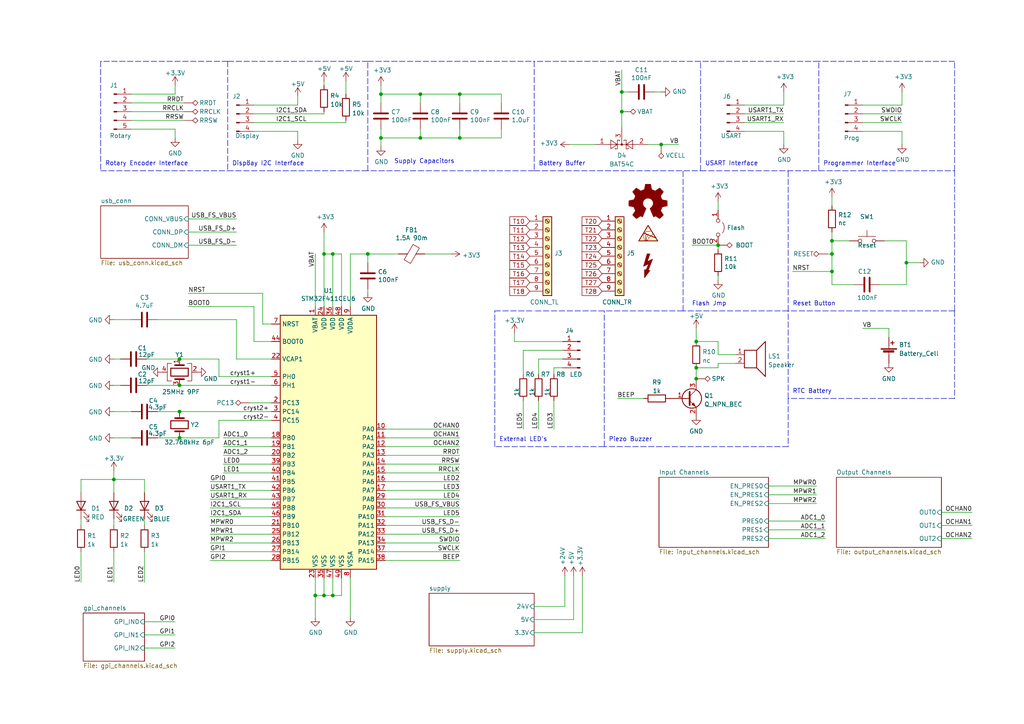
<source format=kicad_sch>
(kicad_sch (version 20211123) (generator eeschema)

  (uuid 949f679f-c6a9-4c5c-99c7-644ace536315)

  (paper "A4")

  (title_block
    (title "FloatPUMP Schematics")
    (date "2022-11-11")
    (rev "1.0")
    (company "robtor.de")
    (comment 1 "Controller board for up to 3 water pumps")
    (comment 2 "measuring capabilities with piezoresistive pressure sensors")
    (comment 3 "sensor input Range 4mA-20mA")
  )

  

  (junction (at 91.44 172.72) (diameter 0) (color 0 0 0 0)
    (uuid 0c1b88cb-a078-4181-b19e-b5625c47d08a)
  )
  (junction (at 96.52 73.66) (diameter 0) (color 0 0 0 0)
    (uuid 1b60fcfc-a270-4122-b967-c7c9c4b63403)
  )
  (junction (at 191.77 41.91) (diameter 0) (color 0 0 0 0)
    (uuid 1c5a68ea-fed7-43b9-a37a-435ca33d5ec4)
  )
  (junction (at 133.35 27.305) (diameter 0) (color 0 0 0 0)
    (uuid 2753d945-ace6-4480-9faf-9137856303ea)
  )
  (junction (at 121.92 40.005) (diameter 0) (color 0 0 0 0)
    (uuid 39d0e9d0-a702-4c04-bc3c-653ef4f0c50e)
  )
  (junction (at 241.3 73.66) (diameter 0) (color 0 0 0 0)
    (uuid 4cd454dd-343a-4999-b869-a7127a4d9978)
  )
  (junction (at 121.92 27.305) (diameter 0) (color 0 0 0 0)
    (uuid 4f94cfba-8412-4c60-a31b-e6d995934dc1)
  )
  (junction (at 96.52 172.72) (diameter 0) (color 0 0 0 0)
    (uuid 5793e5cf-aaeb-41cc-8318-bb2419c1b81f)
  )
  (junction (at 52.07 127) (diameter 0) (color 0 0 0 0)
    (uuid 5a70c532-5383-43bb-b441-21ca36bd2484)
  )
  (junction (at 110.49 40.005) (diameter 0) (color 0 0 0 0)
    (uuid 6f88fca4-4670-437c-9fd1-4ebd76593daa)
  )
  (junction (at 241.3 78.74) (diameter 0) (color 0 0 0 0)
    (uuid 70750f1a-6a6e-4571-87e8-e96d7814c66f)
  )
  (junction (at 201.93 109.855) (diameter 0) (color 0 0 0 0)
    (uuid 9036384e-eee5-4451-b7e7-87842d0d6fca)
  )
  (junction (at 262.89 76.2) (diameter 0) (color 0 0 0 0)
    (uuid 92a2589f-ae05-42af-aab0-9bfaaa2a73f1)
  )
  (junction (at 133.35 40.005) (diameter 0) (color 0 0 0 0)
    (uuid 9569d29f-17d3-40a7-b073-1b7eb9687b43)
  )
  (junction (at 52.07 104.14) (diameter 0) (color 0 0 0 0)
    (uuid 97bd1d07-8f04-442c-80ac-c95cf3f51efe)
  )
  (junction (at 52.07 119.38) (diameter 0) (color 0 0 0 0)
    (uuid a0900619-a580-41eb-9fbb-5149e9a28aef)
  )
  (junction (at 33.02 139.065) (diameter 0) (color 0 0 0 0)
    (uuid a4b63938-0a30-421e-a83e-07ee3a44f405)
  )
  (junction (at 52.07 111.76) (diameter 0) (color 0 0 0 0)
    (uuid a70dc485-cc49-4e1f-b1ec-eb9c56462344)
  )
  (junction (at 180.34 26.67) (diameter 0) (color 0 0 0 0)
    (uuid bf64b8d9-04f8-4bac-906b-3f89e12e5d32)
  )
  (junction (at 201.93 106.68) (diameter 0) (color 0 0 0 0)
    (uuid d85d001d-db06-423e-99e2-d2c9676bf6eb)
  )
  (junction (at 106.68 73.66) (diameter 0) (color 0 0 0 0)
    (uuid dbb72415-af02-4b41-adad-978e86e84f5e)
  )
  (junction (at 208.28 71.12) (diameter 0) (color 0 0 0 0)
    (uuid dc71b394-38ca-4c3c-a2a5-7ef7a670c49b)
  )
  (junction (at 110.49 27.305) (diameter 0) (color 0 0 0 0)
    (uuid dee204e1-3149-4bb4-b821-dbc11df06a18)
  )
  (junction (at 93.98 73.66) (diameter 0) (color 0 0 0 0)
    (uuid ebee7b2d-9f75-4529-9377-97f671d1e3dc)
  )
  (junction (at 201.93 99.06) (diameter 0) (color 0 0 0 0)
    (uuid ec8c2ca1-97d3-4d7c-af64-6cbbbe597d8b)
  )
  (junction (at 93.98 172.72) (diameter 0) (color 0 0 0 0)
    (uuid ed19ccea-cfd8-433f-8938-ca1dd302430c)
  )
  (junction (at 180.34 32.385) (diameter 0) (color 0 0 0 0)
    (uuid f486435c-c972-42e4-8219-35ab13b3a285)
  )
  (junction (at 241.3 69.85) (diameter 0) (color 0 0 0 0)
    (uuid f93f0caf-de38-451e-8ca0-f8175bc6663c)
  )

  (wire (pts (xy 64.77 129.54) (xy 78.74 129.54))
    (stroke (width 0) (type default) (color 0 0 0 0))
    (uuid 011b2a2a-a574-42b5-999f-7ed9d9776a43)
  )
  (polyline (pts (xy 175.26 129.54) (xy 175.26 90.17))
    (stroke (width 0) (type default) (color 0 0 0 0))
    (uuid 01d42531-06ff-458e-91d1-5b96d3f8b385)
  )

  (wire (pts (xy 182.245 26.67) (xy 180.34 26.67))
    (stroke (width 0) (type default) (color 0 0 0 0))
    (uuid 0228648f-fd85-4f7f-9204-53610241d2b9)
  )
  (wire (pts (xy 38.1 119.38) (xy 33.02 119.38))
    (stroke (width 0) (type default) (color 0 0 0 0))
    (uuid 036a7d28-05ab-4651-ba1c-47fa1d863421)
  )
  (wire (pts (xy 73.66 99.06) (xy 73.66 88.9))
    (stroke (width 0) (type default) (color 0 0 0 0))
    (uuid 03a5e9df-cec7-4991-b6d5-c82d388e8d2e)
  )
  (wire (pts (xy 255.27 82.55) (xy 262.89 82.55))
    (stroke (width 0) (type default) (color 0 0 0 0))
    (uuid 062011a8-2b6e-42bc-aa5b-790abf63d348)
  )
  (wire (pts (xy 99.06 73.66) (xy 96.52 73.66))
    (stroke (width 0) (type default) (color 0 0 0 0))
    (uuid 06a42763-2f97-4419-84a6-ef6ea2a60fb4)
  )
  (wire (pts (xy 121.92 27.305) (xy 121.92 29.845))
    (stroke (width 0) (type default) (color 0 0 0 0))
    (uuid 08d4cfaf-b332-40f7-973c-66684e7a54a3)
  )
  (wire (pts (xy 110.49 27.305) (xy 110.49 29.845))
    (stroke (width 0) (type default) (color 0 0 0 0))
    (uuid 0a637dc5-5627-4329-935c-c4f041de6385)
  )
  (wire (pts (xy 93.98 33.02) (xy 93.98 32.385))
    (stroke (width 0) (type default) (color 0 0 0 0))
    (uuid 0bd2a9c0-96d6-44df-80fd-f97264a8b783)
  )
  (wire (pts (xy 52.07 104.14) (xy 42.545 104.14))
    (stroke (width 0) (type default) (color 0 0 0 0))
    (uuid 0c6fff14-bb97-4dc3-9f20-62bec77994c6)
  )
  (wire (pts (xy 78.74 119.38) (xy 52.07 119.38))
    (stroke (width 0) (type default) (color 0 0 0 0))
    (uuid 0e162795-22a7-4501-b03f-b283bb5650d9)
  )
  (wire (pts (xy 201.93 109.855) (xy 201.93 110.49))
    (stroke (width 0) (type default) (color 0 0 0 0))
    (uuid 0f47fb04-026a-4afa-9bfe-15f03def5d6b)
  )
  (wire (pts (xy 149.225 99.06) (xy 163.195 99.06))
    (stroke (width 0) (type default) (color 0 0 0 0))
    (uuid 126099d8-8b2d-4e87-990f-1fb99894d4b1)
  )
  (polyline (pts (xy 106.68 49.53) (xy 106.68 17.78))
    (stroke (width 0) (type default) (color 0 0 0 0))
    (uuid 14d3863a-1c03-4d48-a032-61ae3a0ad5c1)
  )

  (wire (pts (xy 78.74 132.08) (xy 64.77 132.08))
    (stroke (width 0) (type default) (color 0 0 0 0))
    (uuid 152be6bd-f8d6-47e9-9b6b-09485d01579b)
  )
  (wire (pts (xy 93.98 172.72) (xy 91.44 172.72))
    (stroke (width 0) (type default) (color 0 0 0 0))
    (uuid 16e9575c-a847-468f-810e-95497dadeb97)
  )
  (polyline (pts (xy 228.6 115.57) (xy 228.6 129.54))
    (stroke (width 0) (type default) (color 0 0 0 0))
    (uuid 17487b2e-2390-4106-a427-c6c54336dd3f)
  )
  (polyline (pts (xy 228.6 90.17) (xy 198.12 90.17))
    (stroke (width 0) (type default) (color 0 0 0 0))
    (uuid 191311d6-5bf7-47a9-ae1e-6b521cf3ea32)
  )

  (wire (pts (xy 60.96 149.86) (xy 78.74 149.86))
    (stroke (width 0) (type default) (color 0 0 0 0))
    (uuid 196b514b-b3f6-4344-904e-bca015040e93)
  )
  (wire (pts (xy 106.68 83.82) (xy 106.68 85.09))
    (stroke (width 0) (type default) (color 0 0 0 0))
    (uuid 1a8290e9-c445-4b51-b8b0-45fcbf671219)
  )
  (wire (pts (xy 41.91 142.875) (xy 41.91 139.065))
    (stroke (width 0) (type default) (color 0 0 0 0))
    (uuid 1ad7936f-a45d-43a3-8729-3f6ad34b3bbe)
  )
  (wire (pts (xy 208.28 80.01) (xy 208.28 81.28))
    (stroke (width 0) (type default) (color 0 0 0 0))
    (uuid 1b373a0f-a405-4f7c-be0d-0a515d48b205)
  )
  (wire (pts (xy 111.76 127) (xy 133.35 127))
    (stroke (width 0) (type default) (color 0 0 0 0))
    (uuid 1dc46e87-a953-4f20-a4d4-4ecede78d2eb)
  )
  (wire (pts (xy 111.76 157.48) (xy 133.35 157.48))
    (stroke (width 0) (type default) (color 0 0 0 0))
    (uuid 1dd42d41-b809-42ae-b6a5-91ce0f5409f7)
  )
  (wire (pts (xy 100.33 23.495) (xy 100.33 27.305))
    (stroke (width 0) (type default) (color 0 0 0 0))
    (uuid 1e65348d-0394-491b-9696-4c8b7499f309)
  )
  (wire (pts (xy 215.9 35.56) (xy 227.33 35.56))
    (stroke (width 0) (type default) (color 0 0 0 0))
    (uuid 1f4d482a-d80d-48b4-a443-e0ca391c4f86)
  )
  (wire (pts (xy 241.3 69.85) (xy 241.3 73.66))
    (stroke (width 0) (type default) (color 0 0 0 0))
    (uuid 22a0b2d5-d975-4c12-bf03-7470074fed54)
  )
  (wire (pts (xy 96.52 167.64) (xy 96.52 172.72))
    (stroke (width 0) (type default) (color 0 0 0 0))
    (uuid 22f22dbe-16ed-4088-a875-5700f66d16da)
  )
  (wire (pts (xy 241.3 78.74) (xy 229.87 78.74))
    (stroke (width 0) (type default) (color 0 0 0 0))
    (uuid 2400f930-cf6d-41a8-baef-3048725f3a5b)
  )
  (wire (pts (xy 208.28 99.06) (xy 208.28 102.87))
    (stroke (width 0) (type default) (color 0 0 0 0))
    (uuid 268b38a4-5791-4865-b036-a0203f8e626d)
  )
  (wire (pts (xy 163.195 101.6) (xy 151.765 101.6))
    (stroke (width 0) (type default) (color 0 0 0 0))
    (uuid 27394eba-9cc1-4464-8a20-cc6a5fec851e)
  )
  (wire (pts (xy 133.35 40.005) (xy 145.415 40.005))
    (stroke (width 0) (type default) (color 0 0 0 0))
    (uuid 29120252-d73c-4a5c-b87f-011abc045fcf)
  )
  (wire (pts (xy 38.1 27.305) (xy 50.8 27.305))
    (stroke (width 0) (type default) (color 0 0 0 0))
    (uuid 2a745fcb-09cd-409b-a911-81fd22f368af)
  )
  (wire (pts (xy 41.91 187.96) (xy 50.8 187.96))
    (stroke (width 0) (type default) (color 0 0 0 0))
    (uuid 2abcf069-19de-44b8-a6b8-4d5ee2f7d656)
  )
  (wire (pts (xy 111.76 160.02) (xy 133.35 160.02))
    (stroke (width 0) (type default) (color 0 0 0 0))
    (uuid 2e15e8aa-7905-4170-bb81-958c9c2c74db)
  )
  (wire (pts (xy 52.07 111.76) (xy 42.545 111.76))
    (stroke (width 0) (type default) (color 0 0 0 0))
    (uuid 2e2ea9dc-2e78-48b2-a918-779655a2f4bb)
  )
  (wire (pts (xy 111.76 147.32) (xy 133.35 147.32))
    (stroke (width 0) (type default) (color 0 0 0 0))
    (uuid 2e4f3627-f43e-4331-8ab0-f5d657fd4ada)
  )
  (polyline (pts (xy 66.04 17.78) (xy 29.21 17.78))
    (stroke (width 0) (type default) (color 0 0 0 0))
    (uuid 2e6a35eb-6636-4c39-9b2b-0859e1c94ec8)
  )
  (polyline (pts (xy 66.04 49.53) (xy 106.68 49.53))
    (stroke (width 0) (type default) (color 0 0 0 0))
    (uuid 3010d011-eabc-4cec-b667-b7b1111e3ea0)
  )

  (wire (pts (xy 250.19 33.02) (xy 261.62 33.02))
    (stroke (width 0) (type default) (color 0 0 0 0))
    (uuid 30260a6a-a0b0-4b42-95c3-26be610ecc3e)
  )
  (wire (pts (xy 156.21 116.205) (xy 156.21 124.46))
    (stroke (width 0) (type default) (color 0 0 0 0))
    (uuid 303ae7a7-4a06-4b35-a5ee-99b6d0ccce36)
  )
  (wire (pts (xy 163.83 167.005) (xy 163.83 175.895))
    (stroke (width 0) (type default) (color 0 0 0 0))
    (uuid 30b3bcd0-0533-46bd-8c9c-4e3d480c6687)
  )
  (wire (pts (xy 33.02 111.76) (xy 34.925 111.76))
    (stroke (width 0) (type default) (color 0 0 0 0))
    (uuid 30c2d75b-0aa4-4c8b-abd3-15a8940150c1)
  )
  (wire (pts (xy 23.495 142.875) (xy 23.495 139.065))
    (stroke (width 0) (type default) (color 0 0 0 0))
    (uuid 30c6d872-e47d-4ced-8e4c-2dd7b663d734)
  )
  (wire (pts (xy 133.35 27.305) (xy 121.92 27.305))
    (stroke (width 0) (type default) (color 0 0 0 0))
    (uuid 31ddafb9-61de-4674-b559-9e8bd04c8807)
  )
  (wire (pts (xy 166.37 167.005) (xy 166.37 179.705))
    (stroke (width 0) (type default) (color 0 0 0 0))
    (uuid 32552d8d-ef82-40d3-aa95-d5b169fab07e)
  )
  (wire (pts (xy 201.93 99.06) (xy 208.28 99.06))
    (stroke (width 0) (type default) (color 0 0 0 0))
    (uuid 32a972fc-0c88-44e2-804d-656cd9a1d817)
  )
  (polyline (pts (xy 154.94 49.53) (xy 106.68 49.53))
    (stroke (width 0) (type default) (color 0 0 0 0))
    (uuid 32b4cc52-0f7d-4657-a812-f0ec32bb962f)
  )

  (wire (pts (xy 133.35 37.465) (xy 133.35 40.005))
    (stroke (width 0) (type default) (color 0 0 0 0))
    (uuid 339df927-10f1-44cb-aa5f-82bfd46240c7)
  )
  (wire (pts (xy 78.74 144.78) (xy 60.96 144.78))
    (stroke (width 0) (type default) (color 0 0 0 0))
    (uuid 35e191e7-0681-4caa-ab56-bca67244817b)
  )
  (polyline (pts (xy 143.51 90.17) (xy 154.94 90.17))
    (stroke (width 0) (type default) (color 0 0 0 0))
    (uuid 361b2945-3ddb-479e-87ba-da3a8981f58f)
  )

  (wire (pts (xy 78.74 139.7) (xy 60.96 139.7))
    (stroke (width 0) (type default) (color 0 0 0 0))
    (uuid 375fb2af-999a-47fb-b314-c5ed0dda8fca)
  )
  (wire (pts (xy 123.19 73.66) (xy 130.81 73.66))
    (stroke (width 0) (type default) (color 0 0 0 0))
    (uuid 398e575e-ffcc-47d3-99bb-d2398359704a)
  )
  (wire (pts (xy 160.655 106.68) (xy 160.655 108.585))
    (stroke (width 0) (type default) (color 0 0 0 0))
    (uuid 3a1fc013-e799-4688-ae20-2bbf502da68b)
  )
  (wire (pts (xy 250.19 30.48) (xy 261.62 30.48))
    (stroke (width 0) (type default) (color 0 0 0 0))
    (uuid 3a77ad2c-5616-4b44-93df-e454912b8b77)
  )
  (wire (pts (xy 111.76 124.46) (xy 133.35 124.46))
    (stroke (width 0) (type default) (color 0 0 0 0))
    (uuid 3bb1b200-9bd3-4ca2-a3fe-ceac65ba2f22)
  )
  (wire (pts (xy 151.765 116.205) (xy 151.765 124.46))
    (stroke (width 0) (type default) (color 0 0 0 0))
    (uuid 3c68ad2c-9010-4ef7-bedd-f009382cb08f)
  )
  (wire (pts (xy 250.19 95.25) (xy 257.81 95.25))
    (stroke (width 0) (type default) (color 0 0 0 0))
    (uuid 3eff4e29-2225-4c7e-8279-6d6efa2d67e4)
  )
  (wire (pts (xy 247.65 82.55) (xy 241.3 82.55))
    (stroke (width 0) (type default) (color 0 0 0 0))
    (uuid 3f407738-52f9-487e-96ff-574567b43890)
  )
  (wire (pts (xy 45.72 92.71) (xy 68.58 92.71))
    (stroke (width 0) (type default) (color 0 0 0 0))
    (uuid 400b7b23-e399-48ba-af02-3f8bdfca3c55)
  )
  (wire (pts (xy 111.76 129.54) (xy 133.35 129.54))
    (stroke (width 0) (type default) (color 0 0 0 0))
    (uuid 4015be1a-c6e1-42db-af6f-c161f489ea1f)
  )
  (wire (pts (xy 33.02 160.02) (xy 33.02 168.91))
    (stroke (width 0) (type default) (color 0 0 0 0))
    (uuid 4118162d-0e05-4908-9a1f-c7016575bccb)
  )
  (polyline (pts (xy 29.21 17.78) (xy 29.21 49.53))
    (stroke (width 0) (type default) (color 0 0 0 0))
    (uuid 41b6e1ba-5c99-4fd7-9c65-c4fb07c70188)
  )

  (wire (pts (xy 191.77 41.91) (xy 196.85 41.91))
    (stroke (width 0) (type default) (color 0 0 0 0))
    (uuid 424267dd-6303-4018-aae0-34d62814fcba)
  )
  (wire (pts (xy 99.06 167.64) (xy 99.06 172.72))
    (stroke (width 0) (type default) (color 0 0 0 0))
    (uuid 424d7750-ddcd-4f41-93ea-a6761834f91c)
  )
  (wire (pts (xy 222.885 140.97) (xy 236.855 140.97))
    (stroke (width 0) (type default) (color 0 0 0 0))
    (uuid 438c390e-2817-4262-9bb8-264a62f66854)
  )
  (wire (pts (xy 111.76 137.16) (xy 133.35 137.16))
    (stroke (width 0) (type default) (color 0 0 0 0))
    (uuid 4390a55c-a8f9-4caf-a838-233bb3ce27aa)
  )
  (wire (pts (xy 241.3 73.66) (xy 241.3 78.74))
    (stroke (width 0) (type default) (color 0 0 0 0))
    (uuid 43951137-b2ae-4c0a-b786-c0130baa43cf)
  )
  (wire (pts (xy 68.58 104.14) (xy 78.74 104.14))
    (stroke (width 0) (type default) (color 0 0 0 0))
    (uuid 43c49596-4b82-4ee2-b1be-2aafb6486920)
  )
  (wire (pts (xy 96.52 88.9) (xy 96.52 73.66))
    (stroke (width 0) (type default) (color 0 0 0 0))
    (uuid 4444fd17-a409-4254-92e6-9a69f5880d89)
  )
  (wire (pts (xy 180.34 26.67) (xy 180.34 20.32))
    (stroke (width 0) (type default) (color 0 0 0 0))
    (uuid 44ca684d-985e-45fb-a22b-01e29383cba4)
  )
  (wire (pts (xy 273.05 152.4) (xy 281.94 152.4))
    (stroke (width 0) (type default) (color 0 0 0 0))
    (uuid 44f02c76-ffc0-47e0-9779-2d79a58ff9cf)
  )
  (wire (pts (xy 208.28 58.42) (xy 208.28 60.96))
    (stroke (width 0) (type default) (color 0 0 0 0))
    (uuid 45f77cbe-76c9-4770-945d-6ce9f436791e)
  )
  (polyline (pts (xy 276.86 49.53) (xy 276.86 17.78))
    (stroke (width 0) (type default) (color 0 0 0 0))
    (uuid 4738ad5c-de7a-450c-a864-83a693566efb)
  )
  (polyline (pts (xy 154.94 49.53) (xy 203.2 49.53))
    (stroke (width 0) (type default) (color 0 0 0 0))
    (uuid 4cf2a8ea-f147-45e1-b905-8e01e3488a54)
  )

  (wire (pts (xy 52.07 119.38) (xy 45.72 119.38))
    (stroke (width 0) (type default) (color 0 0 0 0))
    (uuid 4d42688d-59c9-41ed-af68-2d906566e68c)
  )
  (wire (pts (xy 23.495 160.02) (xy 23.495 168.91))
    (stroke (width 0) (type default) (color 0 0 0 0))
    (uuid 4d4de7d2-6a8b-425f-a4ad-2111507b5618)
  )
  (wire (pts (xy 208.28 71.12) (xy 200.66 71.12))
    (stroke (width 0) (type default) (color 0 0 0 0))
    (uuid 4d79ec2b-2fc9-4ba1-b93a-d630912470a0)
  )
  (wire (pts (xy 34.925 104.14) (xy 33.02 104.14))
    (stroke (width 0) (type default) (color 0 0 0 0))
    (uuid 4e0ac502-331a-4340-82b9-dd8d8cee49d0)
  )
  (wire (pts (xy 227.33 38.1) (xy 227.33 41.91))
    (stroke (width 0) (type default) (color 0 0 0 0))
    (uuid 4fddd78f-1b0d-4365-b740-2df7595c3522)
  )
  (wire (pts (xy 156.21 104.14) (xy 156.21 108.585))
    (stroke (width 0) (type default) (color 0 0 0 0))
    (uuid 505d5465-5d3c-4c20-a903-bb9f0614c27d)
  )
  (wire (pts (xy 111.76 142.24) (xy 133.35 142.24))
    (stroke (width 0) (type default) (color 0 0 0 0))
    (uuid 507dbcec-13ef-491c-9e13-750ae5d08786)
  )
  (polyline (pts (xy 175.26 129.54) (xy 143.51 129.54))
    (stroke (width 0) (type default) (color 0 0 0 0))
    (uuid 51bbc616-36a1-464c-9200-0d0c8edfe960)
  )

  (wire (pts (xy 64.77 137.16) (xy 78.74 137.16))
    (stroke (width 0) (type default) (color 0 0 0 0))
    (uuid 51d162f7-2e8a-4bc7-88c1-e6c065d4b161)
  )
  (polyline (pts (xy 106.68 17.78) (xy 154.94 17.78))
    (stroke (width 0) (type default) (color 0 0 0 0))
    (uuid 55438888-edf4-4cf0-83da-f060d3938df2)
  )

  (wire (pts (xy 262.89 69.85) (xy 262.89 76.2))
    (stroke (width 0) (type default) (color 0 0 0 0))
    (uuid 55587dc1-052d-440c-a761-29091bbb6f2b)
  )
  (wire (pts (xy 163.195 106.68) (xy 160.655 106.68))
    (stroke (width 0) (type default) (color 0 0 0 0))
    (uuid 56073852-e094-44c0-abb8-63498ed962c1)
  )
  (wire (pts (xy 222.885 151.13) (xy 239.395 151.13))
    (stroke (width 0) (type default) (color 0 0 0 0))
    (uuid 5651f317-a2b7-4f02-bafd-3ed49b106af9)
  )
  (wire (pts (xy 111.76 134.62) (xy 133.35 134.62))
    (stroke (width 0) (type default) (color 0 0 0 0))
    (uuid 5675cbe2-6193-4193-a086-51fe846aeda2)
  )
  (wire (pts (xy 145.415 37.465) (xy 145.415 40.005))
    (stroke (width 0) (type default) (color 0 0 0 0))
    (uuid 57dab67d-73b5-4fcb-901b-a69051e35364)
  )
  (wire (pts (xy 76.2 93.98) (xy 76.2 85.09))
    (stroke (width 0) (type default) (color 0 0 0 0))
    (uuid 57fd891c-135f-4c54-af0d-9ea73edf736e)
  )
  (wire (pts (xy 227.33 30.48) (xy 227.33 26.67))
    (stroke (width 0) (type default) (color 0 0 0 0))
    (uuid 58170f19-2867-4e92-aef8-b013ab60ff8b)
  )
  (wire (pts (xy 241.3 57.15) (xy 241.3 59.69))
    (stroke (width 0) (type default) (color 0 0 0 0))
    (uuid 58a18d69-fc34-46c3-b57c-2e4d5b6313a2)
  )
  (wire (pts (xy 151.765 101.6) (xy 151.765 108.585))
    (stroke (width 0) (type default) (color 0 0 0 0))
    (uuid 5ab5fc39-d119-4939-b187-6241bdd9350c)
  )
  (polyline (pts (xy 106.68 17.78) (xy 66.04 17.78))
    (stroke (width 0) (type default) (color 0 0 0 0))
    (uuid 5be033f5-9678-4b75-be3b-55853d81c4f8)
  )

  (wire (pts (xy 121.92 27.305) (xy 110.49 27.305))
    (stroke (width 0) (type default) (color 0 0 0 0))
    (uuid 5c2af2de-18cd-439f-b9b8-856093f4e3ac)
  )
  (wire (pts (xy 154.94 183.515) (xy 168.91 183.515))
    (stroke (width 0) (type default) (color 0 0 0 0))
    (uuid 5cb667df-c15a-49bc-9600-d61cf174120a)
  )
  (wire (pts (xy 241.3 78.74) (xy 241.3 82.55))
    (stroke (width 0) (type default) (color 0 0 0 0))
    (uuid 5d9a5990-dcf8-486e-bfb6-30d6c0b34192)
  )
  (wire (pts (xy 63.5 104.14) (xy 52.07 104.14))
    (stroke (width 0) (type default) (color 0 0 0 0))
    (uuid 5e1d9c1f-58d3-41cd-9eb4-fb2ae3a4b10c)
  )
  (wire (pts (xy 215.9 30.48) (xy 227.33 30.48))
    (stroke (width 0) (type default) (color 0 0 0 0))
    (uuid 5e2838cc-acd7-4c51-bc18-f5f97bf524d9)
  )
  (polyline (pts (xy 29.21 49.53) (xy 66.04 49.53))
    (stroke (width 0) (type default) (color 0 0 0 0))
    (uuid 5fe5e54d-1eb6-4f0a-a978-61e0039cfbf1)
  )

  (wire (pts (xy 63.5 109.22) (xy 63.5 104.14))
    (stroke (width 0) (type default) (color 0 0 0 0))
    (uuid 613967c9-6a2a-45ae-bf78-98e4612f5d55)
  )
  (wire (pts (xy 240.03 73.66) (xy 241.3 73.66))
    (stroke (width 0) (type default) (color 0 0 0 0))
    (uuid 6142ef34-97be-4c90-9ca7-e387753b518a)
  )
  (wire (pts (xy 101.6 88.9) (xy 101.6 73.66))
    (stroke (width 0) (type default) (color 0 0 0 0))
    (uuid 618c3501-0e3a-49e5-8b16-1ffee4adee40)
  )
  (wire (pts (xy 222.885 156.21) (xy 239.395 156.21))
    (stroke (width 0) (type default) (color 0 0 0 0))
    (uuid 62b8cb17-877a-45b0-821a-c147661d06ec)
  )
  (wire (pts (xy 241.3 69.85) (xy 246.38 69.85))
    (stroke (width 0) (type default) (color 0 0 0 0))
    (uuid 62d616c4-a645-4785-83f4-e7b9176541bd)
  )
  (wire (pts (xy 262.89 76.2) (xy 266.7 76.2))
    (stroke (width 0) (type default) (color 0 0 0 0))
    (uuid 63c78302-c24d-424c-9283-52ae93200987)
  )
  (wire (pts (xy 63.5 121.92) (xy 63.5 127))
    (stroke (width 0) (type default) (color 0 0 0 0))
    (uuid 65a211f6-d005-41c5-aeb4-31d7e06acfc2)
  )
  (wire (pts (xy 64.77 134.62) (xy 78.74 134.62))
    (stroke (width 0) (type default) (color 0 0 0 0))
    (uuid 68877676-f185-4ce5-994a-3e7cd8c4b619)
  )
  (wire (pts (xy 111.76 152.4) (xy 133.35 152.4))
    (stroke (width 0) (type default) (color 0 0 0 0))
    (uuid 69502565-c8b7-43eb-99e0-3580594b1098)
  )
  (wire (pts (xy 201.93 106.68) (xy 201.93 109.855))
    (stroke (width 0) (type default) (color 0 0 0 0))
    (uuid 69ab2ff6-8d0a-4e41-8e1a-1caf0870f3b7)
  )
  (wire (pts (xy 201.93 95.25) (xy 201.93 99.06))
    (stroke (width 0) (type default) (color 0 0 0 0))
    (uuid 6c7d8008-17da-4be5-b57e-dfb877a7ef32)
  )
  (wire (pts (xy 121.92 37.465) (xy 121.92 40.005))
    (stroke (width 0) (type default) (color 0 0 0 0))
    (uuid 6ce9cb44-7b50-4bf3-98c7-6ca59e7305b2)
  )
  (wire (pts (xy 145.415 29.845) (xy 145.415 27.305))
    (stroke (width 0) (type default) (color 0 0 0 0))
    (uuid 6dd36aa5-6a60-4752-8a21-1772effb9f07)
  )
  (polyline (pts (xy 276.86 17.78) (xy 237.49 17.78))
    (stroke (width 0) (type default) (color 0 0 0 0))
    (uuid 6fd2b7a8-9e41-4aa1-88b4-f9ee307d1b4b)
  )

  (wire (pts (xy 78.74 111.76) (xy 52.07 111.76))
    (stroke (width 0) (type default) (color 0 0 0 0))
    (uuid 715db6a8-aaa0-46b4-addd-972ee71b75dc)
  )
  (wire (pts (xy 110.49 37.465) (xy 110.49 40.005))
    (stroke (width 0) (type default) (color 0 0 0 0))
    (uuid 71b00c47-caef-48f6-91be-7f1855a1e2c0)
  )
  (wire (pts (xy 111.76 132.08) (xy 133.35 132.08))
    (stroke (width 0) (type default) (color 0 0 0 0))
    (uuid 72cc00e4-7e53-46d8-858f-e435f5b37f05)
  )
  (wire (pts (xy 201.93 106.68) (xy 208.28 106.68))
    (stroke (width 0) (type default) (color 0 0 0 0))
    (uuid 743fef08-4881-4afb-adde-ee5bd2198117)
  )
  (wire (pts (xy 241.3 67.31) (xy 241.3 69.85))
    (stroke (width 0) (type default) (color 0 0 0 0))
    (uuid 748c549b-7c57-462b-9f39-c28eb0045225)
  )
  (wire (pts (xy 215.9 38.1) (xy 227.33 38.1))
    (stroke (width 0) (type default) (color 0 0 0 0))
    (uuid 74d4a3c7-cc41-4e0e-b616-9fc3c358b2ae)
  )
  (wire (pts (xy 121.92 40.005) (xy 110.49 40.005))
    (stroke (width 0) (type default) (color 0 0 0 0))
    (uuid 752a7bdc-59a7-4a9e-ae9b-a35465dc8e0c)
  )
  (wire (pts (xy 93.98 88.9) (xy 93.98 73.66))
    (stroke (width 0) (type default) (color 0 0 0 0))
    (uuid 75594c3c-e55b-4454-809c-0a72aa43af83)
  )
  (wire (pts (xy 222.885 153.67) (xy 239.395 153.67))
    (stroke (width 0) (type default) (color 0 0 0 0))
    (uuid 769aead0-25d0-4594-84cb-d6b74ceb8cd8)
  )
  (wire (pts (xy 23.495 139.065) (xy 33.02 139.065))
    (stroke (width 0) (type default) (color 0 0 0 0))
    (uuid 78ce4bcf-16dc-4d77-99b5-ce1b3e6d1d63)
  )
  (wire (pts (xy 261.62 30.48) (xy 261.62 26.67))
    (stroke (width 0) (type default) (color 0 0 0 0))
    (uuid 78f1b9a8-ca0e-4e8c-91b8-a46bcfebec64)
  )
  (wire (pts (xy 73.66 88.9) (xy 54.61 88.9))
    (stroke (width 0) (type default) (color 0 0 0 0))
    (uuid 7c20a18a-318c-4e79-afcf-a3e87eb69a53)
  )
  (wire (pts (xy 99.06 172.72) (xy 96.52 172.72))
    (stroke (width 0) (type default) (color 0 0 0 0))
    (uuid 7ee436ac-423d-4d29-90ad-39fdc300fae0)
  )
  (wire (pts (xy 68.58 92.71) (xy 68.58 104.14))
    (stroke (width 0) (type default) (color 0 0 0 0))
    (uuid 837370a5-1290-49d7-96e4-d4c2412ac873)
  )
  (wire (pts (xy 96.52 172.72) (xy 93.98 172.72))
    (stroke (width 0) (type default) (color 0 0 0 0))
    (uuid 84a2320f-8ad9-4501-8628-7ca6e418f956)
  )
  (wire (pts (xy 179.07 115.57) (xy 186.69 115.57))
    (stroke (width 0) (type default) (color 0 0 0 0))
    (uuid 87cf9f49-2322-4621-91eb-11035c4cedf8)
  )
  (wire (pts (xy 72.39 116.84) (xy 78.74 116.84))
    (stroke (width 0) (type default) (color 0 0 0 0))
    (uuid 88123869-4c37-45f5-b8c1-72149ea8f4ba)
  )
  (wire (pts (xy 133.35 40.005) (xy 121.92 40.005))
    (stroke (width 0) (type default) (color 0 0 0 0))
    (uuid 88c7d4ef-4a81-4ff0-8236-354227632382)
  )
  (wire (pts (xy 160.655 116.205) (xy 160.655 124.46))
    (stroke (width 0) (type default) (color 0 0 0 0))
    (uuid 8afd873f-9a06-4b39-ab04-49f0059f061b)
  )
  (wire (pts (xy 41.91 184.15) (xy 50.8 184.15))
    (stroke (width 0) (type default) (color 0 0 0 0))
    (uuid 8b4e071f-9509-4780-a465-03d34bc67608)
  )
  (wire (pts (xy 78.74 109.22) (xy 63.5 109.22))
    (stroke (width 0) (type default) (color 0 0 0 0))
    (uuid 8b558919-c46d-47f8-bf42-0c0ee86f63f0)
  )
  (wire (pts (xy 111.76 139.7) (xy 133.35 139.7))
    (stroke (width 0) (type default) (color 0 0 0 0))
    (uuid 8bf90929-6d2d-4a79-b1a1-138fa542533a)
  )
  (polyline (pts (xy 154.94 17.78) (xy 154.94 49.53))
    (stroke (width 0) (type default) (color 0 0 0 0))
    (uuid 8d77d4ce-5809-4e16-9db8-9d8672ed5276)
  )

  (wire (pts (xy 73.66 38.1) (xy 86.36 38.1))
    (stroke (width 0) (type default) (color 0 0 0 0))
    (uuid 8d858d92-08ba-438f-a480-02393eb30c20)
  )
  (polyline (pts (xy 237.49 17.78) (xy 203.2 17.78))
    (stroke (width 0) (type default) (color 0 0 0 0))
    (uuid 8f2ebcdd-5322-432c-8de8-6f6fa3726577)
  )

  (wire (pts (xy 86.36 38.1) (xy 86.36 40.64))
    (stroke (width 0) (type default) (color 0 0 0 0))
    (uuid 8f733a2c-4b86-4934-a2e4-283803e72b72)
  )
  (wire (pts (xy 91.44 172.72) (xy 91.44 167.64))
    (stroke (width 0) (type default) (color 0 0 0 0))
    (uuid 911ef457-a362-4278-aeb0-e20b4bb95f57)
  )
  (wire (pts (xy 154.94 179.705) (xy 166.37 179.705))
    (stroke (width 0) (type default) (color 0 0 0 0))
    (uuid 913d6165-3eac-4e31-bdf3-24543d6b7c16)
  )
  (wire (pts (xy 76.2 85.09) (xy 54.61 85.09))
    (stroke (width 0) (type default) (color 0 0 0 0))
    (uuid 91e5eec5-ba86-4de8-8306-b82359e84f0b)
  )
  (wire (pts (xy 111.76 149.86) (xy 133.35 149.86))
    (stroke (width 0) (type default) (color 0 0 0 0))
    (uuid 93be490e-4a1a-433c-b296-e5201b30adb1)
  )
  (polyline (pts (xy 237.49 49.53) (xy 237.49 17.78))
    (stroke (width 0) (type default) (color 0 0 0 0))
    (uuid 95462dda-11ce-48d0-b7d6-002ca6ca715a)
  )

  (wire (pts (xy 78.74 154.94) (xy 60.96 154.94))
    (stroke (width 0) (type default) (color 0 0 0 0))
    (uuid 95c0b30a-014d-4809-9e39-76cfd21137e8)
  )
  (wire (pts (xy 38.1 32.385) (xy 53.34 32.385))
    (stroke (width 0) (type default) (color 0 0 0 0))
    (uuid 95d61b58-2fd5-43ab-bfd4-cc233f0800db)
  )
  (wire (pts (xy 273.05 156.21) (xy 281.94 156.21))
    (stroke (width 0) (type default) (color 0 0 0 0))
    (uuid 95fa23fd-11b6-43e1-a7ba-9d9bca32c40b)
  )
  (wire (pts (xy 38.1 92.71) (xy 33.02 92.71))
    (stroke (width 0) (type default) (color 0 0 0 0))
    (uuid 964c3381-2dfe-4f42-9493-7645015217dd)
  )
  (wire (pts (xy 33.02 127) (xy 38.1 127))
    (stroke (width 0) (type default) (color 0 0 0 0))
    (uuid 98d42198-ed3b-4bf0-8e91-cbf5646f19a6)
  )
  (wire (pts (xy 93.98 73.66) (xy 93.98 67.31))
    (stroke (width 0) (type default) (color 0 0 0 0))
    (uuid 990602b7-cde7-45dc-92b8-b9c7bf4dd7ac)
  )
  (wire (pts (xy 93.98 167.64) (xy 93.98 172.72))
    (stroke (width 0) (type default) (color 0 0 0 0))
    (uuid 99979f31-c85d-4c90-81ff-676e69fef161)
  )
  (wire (pts (xy 86.36 27.94) (xy 86.36 30.48))
    (stroke (width 0) (type default) (color 0 0 0 0))
    (uuid 9a8e5ffa-9aed-471c-a8e6-a636cf083f34)
  )
  (wire (pts (xy 106.68 76.2) (xy 106.68 73.66))
    (stroke (width 0) (type default) (color 0 0 0 0))
    (uuid 9b08aa48-fde9-4f0c-abdd-7ab3f00ef3e0)
  )
  (wire (pts (xy 149.225 96.52) (xy 149.225 99.06))
    (stroke (width 0) (type default) (color 0 0 0 0))
    (uuid 9b20bafc-d645-4d67-9a2c-e2d16646bed8)
  )
  (wire (pts (xy 78.74 162.56) (xy 60.96 162.56))
    (stroke (width 0) (type default) (color 0 0 0 0))
    (uuid 9b37b30a-3649-4363-8875-f3fb5ec17e65)
  )
  (wire (pts (xy 215.9 33.02) (xy 227.33 33.02))
    (stroke (width 0) (type default) (color 0 0 0 0))
    (uuid 9c1e6565-7a7a-4067-bbd0-872c0268b742)
  )
  (wire (pts (xy 163.195 104.14) (xy 156.21 104.14))
    (stroke (width 0) (type default) (color 0 0 0 0))
    (uuid 9cc9d3c8-ba88-40da-9425-3b87aa46e513)
  )
  (wire (pts (xy 133.35 29.845) (xy 133.35 27.305))
    (stroke (width 0) (type default) (color 0 0 0 0))
    (uuid 9d5e6a18-8b3a-47d4-b855-1b2ca215c734)
  )
  (polyline (pts (xy 198.12 90.17) (xy 198.12 49.53))
    (stroke (width 0) (type default) (color 0 0 0 0))
    (uuid 9ecc751b-0606-4a8f-9372-63a5cb28ad4e)
  )

  (wire (pts (xy 262.89 76.2) (xy 262.89 82.55))
    (stroke (width 0) (type default) (color 0 0 0 0))
    (uuid a05ced30-092c-475f-857c-28f2ada8a95d)
  )
  (polyline (pts (xy 276.86 49.53) (xy 276.86 90.17))
    (stroke (width 0) (type default) (color 0 0 0 0))
    (uuid a0735468-fe8c-4d1d-8469-a88cd0829ac1)
  )

  (wire (pts (xy 54.61 71.12) (xy 68.58 71.12))
    (stroke (width 0) (type default) (color 0 0 0 0))
    (uuid a2a8943b-bcd6-4326-88ce-86d550232544)
  )
  (wire (pts (xy 180.34 32.385) (xy 180.34 36.83))
    (stroke (width 0) (type default) (color 0 0 0 0))
    (uuid a6b1970e-7fb2-4104-ae0a-e27cd049864d)
  )
  (wire (pts (xy 78.74 93.98) (xy 76.2 93.98))
    (stroke (width 0) (type default) (color 0 0 0 0))
    (uuid a89c8429-59bb-42fc-bc75-babaaeef03d9)
  )
  (wire (pts (xy 257.81 97.79) (xy 257.81 95.25))
    (stroke (width 0) (type default) (color 0 0 0 0))
    (uuid a9a9a4b6-8a0f-441d-b901-b6be940df615)
  )
  (wire (pts (xy 73.66 30.48) (xy 86.36 30.48))
    (stroke (width 0) (type default) (color 0 0 0 0))
    (uuid aa3fb47d-c127-41e0-acc4-dce6b0c86d5f)
  )
  (wire (pts (xy 63.5 127) (xy 52.07 127))
    (stroke (width 0) (type default) (color 0 0 0 0))
    (uuid ab6d145b-8b2c-4b78-9fa4-d11fb96ed0e4)
  )
  (wire (pts (xy 50.8 37.465) (xy 50.8 40.005))
    (stroke (width 0) (type default) (color 0 0 0 0))
    (uuid adbff9ca-1914-4369-8ccd-4dec08f28a8e)
  )
  (polyline (pts (xy 228.6 90.17) (xy 228.6 49.53))
    (stroke (width 0) (type default) (color 0 0 0 0))
    (uuid add543ca-adad-4f14-9c6f-90093a2e4561)
  )

  (wire (pts (xy 100.33 35.56) (xy 100.33 34.925))
    (stroke (width 0) (type default) (color 0 0 0 0))
    (uuid ae573e88-cf0e-42aa-83ce-8bd94150ded4)
  )
  (wire (pts (xy 256.54 69.85) (xy 262.89 69.85))
    (stroke (width 0) (type default) (color 0 0 0 0))
    (uuid af6725f5-c846-41f8-b609-4d0d39f7a149)
  )
  (polyline (pts (xy 228.6 115.57) (xy 228.6 90.17))
    (stroke (width 0) (type default) (color 0 0 0 0))
    (uuid b0dad422-ee01-40cf-9bf3-b9abe86989a0)
  )

  (wire (pts (xy 250.19 35.56) (xy 261.62 35.56))
    (stroke (width 0) (type default) (color 0 0 0 0))
    (uuid b12b8d6d-075d-4ebe-8821-613f22e76050)
  )
  (wire (pts (xy 60.96 160.02) (xy 78.74 160.02))
    (stroke (width 0) (type default) (color 0 0 0 0))
    (uuid b27f8d6a-5c79-4388-b709-4ee534ab4242)
  )
  (polyline (pts (xy 198.12 90.17) (xy 154.94 90.17))
    (stroke (width 0) (type default) (color 0 0 0 0))
    (uuid b401eecd-f8bd-4e64-8d28-37b75cfe8ca1)
  )
  (polyline (pts (xy 276.86 90.17) (xy 228.6 90.17))
    (stroke (width 0) (type default) (color 0 0 0 0))
    (uuid b6056db1-1452-4b70-b01d-a7ba36c5259e)
  )

  (wire (pts (xy 111.76 154.94) (xy 133.35 154.94))
    (stroke (width 0) (type default) (color 0 0 0 0))
    (uuid b7bf21d8-635b-4ba8-931a-f395d90500b3)
  )
  (polyline (pts (xy 66.04 17.78) (xy 66.04 49.53))
    (stroke (width 0) (type default) (color 0 0 0 0))
    (uuid b8414c94-63de-4156-a96e-3fc44e986736)
  )
  (polyline (pts (xy 228.6 129.54) (xy 175.26 129.54))
    (stroke (width 0) (type default) (color 0 0 0 0))
    (uuid b94aeef8-cd3f-4340-9ae1-82d3bb739012)
  )

  (wire (pts (xy 91.44 88.9) (xy 91.44 73.66))
    (stroke (width 0) (type default) (color 0 0 0 0))
    (uuid bb1bb570-2a1a-4394-a465-3e3f93b04bc3)
  )
  (wire (pts (xy 96.52 73.66) (xy 93.98 73.66))
    (stroke (width 0) (type default) (color 0 0 0 0))
    (uuid bc1861f3-bc7f-47c2-9f68-a672fe4e27e5)
  )
  (wire (pts (xy 41.91 150.495) (xy 41.91 152.4))
    (stroke (width 0) (type default) (color 0 0 0 0))
    (uuid bc1cd474-ad2d-4d09-84b6-2427b03dddd2)
  )
  (wire (pts (xy 250.19 38.1) (xy 261.62 38.1))
    (stroke (width 0) (type default) (color 0 0 0 0))
    (uuid bc47ce52-222c-47cd-ad64-1775f2c90d97)
  )
  (wire (pts (xy 110.49 27.305) (xy 110.49 24.765))
    (stroke (width 0) (type default) (color 0 0 0 0))
    (uuid bc776d57-ec50-4332-bcea-30cfae22cb9c)
  )
  (wire (pts (xy 99.06 88.9) (xy 99.06 73.66))
    (stroke (width 0) (type default) (color 0 0 0 0))
    (uuid bcb24732-4854-4f1c-8c63-7ed38b9499fe)
  )
  (wire (pts (xy 208.28 72.39) (xy 208.28 71.12))
    (stroke (width 0) (type default) (color 0 0 0 0))
    (uuid bf9c2abc-32bf-4026-9f6c-082d75f3024c)
  )
  (wire (pts (xy 154.94 175.895) (xy 163.83 175.895))
    (stroke (width 0) (type default) (color 0 0 0 0))
    (uuid bfa97bf5-7863-4ed9-8920-8cc9e7ac15e8)
  )
  (wire (pts (xy 110.49 40.005) (xy 110.49 42.545))
    (stroke (width 0) (type default) (color 0 0 0 0))
    (uuid c138df99-414c-43c1-acb2-f07d1bf70c11)
  )
  (polyline (pts (xy 203.2 49.53) (xy 237.49 49.53))
    (stroke (width 0) (type default) (color 0 0 0 0))
    (uuid c6af4135-16c4-4238-ad8c-249231c54888)
  )

  (wire (pts (xy 111.76 162.56) (xy 133.35 162.56))
    (stroke (width 0) (type default) (color 0 0 0 0))
    (uuid c711a49a-c2e7-4fe7-a5e9-375f5e64d2bc)
  )
  (wire (pts (xy 38.1 37.465) (xy 50.8 37.465))
    (stroke (width 0) (type default) (color 0 0 0 0))
    (uuid c80e5648-60ca-4a95-816c-f49b2f0a5777)
  )
  (wire (pts (xy 93.98 23.495) (xy 93.98 24.765))
    (stroke (width 0) (type default) (color 0 0 0 0))
    (uuid c84aefb8-9f08-4261-8cba-cacf291e197d)
  )
  (wire (pts (xy 261.62 38.1) (xy 261.62 41.91))
    (stroke (width 0) (type default) (color 0 0 0 0))
    (uuid cb14be23-ab98-48c6-9abc-b932f63964a4)
  )
  (wire (pts (xy 60.96 142.24) (xy 78.74 142.24))
    (stroke (width 0) (type default) (color 0 0 0 0))
    (uuid cb7bc55a-2323-48ce-92b6-125d73a762b3)
  )
  (wire (pts (xy 91.44 172.72) (xy 91.44 179.07))
    (stroke (width 0) (type default) (color 0 0 0 0))
    (uuid ccc4c377-89ee-44c7-a202-6503eff25fe6)
  )
  (wire (pts (xy 78.74 121.92) (xy 63.5 121.92))
    (stroke (width 0) (type default) (color 0 0 0 0))
    (uuid ce45bb24-479d-4683-aa67-755497195e70)
  )
  (wire (pts (xy 78.74 99.06) (xy 73.66 99.06))
    (stroke (width 0) (type default) (color 0 0 0 0))
    (uuid ce5a1aac-236e-4abf-b1fe-601a38c49f71)
  )
  (wire (pts (xy 222.885 143.51) (xy 236.855 143.51))
    (stroke (width 0) (type default) (color 0 0 0 0))
    (uuid cea0e747-bc0d-4ecc-afdd-051936aac5b3)
  )
  (wire (pts (xy 78.74 127) (xy 64.77 127))
    (stroke (width 0) (type default) (color 0 0 0 0))
    (uuid d0ce3aee-e805-4c59-8762-90f34d751749)
  )
  (wire (pts (xy 33.02 139.065) (xy 33.02 142.875))
    (stroke (width 0) (type default) (color 0 0 0 0))
    (uuid d173243c-9836-4450-b9b9-8164a87447dc)
  )
  (polyline (pts (xy 203.2 17.78) (xy 154.94 17.78))
    (stroke (width 0) (type default) (color 0 0 0 0))
    (uuid d2df2db7-6b1d-41f5-82f6-b44efdb2263a)
  )
  (polyline (pts (xy 276.86 90.17) (xy 276.86 115.57))
    (stroke (width 0) (type default) (color 0 0 0 0))
    (uuid d3ccf262-928e-4d3c-b7fb-10f0fd24e90c)
  )

  (wire (pts (xy 187.96 41.91) (xy 191.77 41.91))
    (stroke (width 0) (type default) (color 0 0 0 0))
    (uuid d59d8e3b-ab91-4e44-a48e-fcab5114ba4b)
  )
  (wire (pts (xy 191.77 26.67) (xy 189.865 26.67))
    (stroke (width 0) (type default) (color 0 0 0 0))
    (uuid d6056601-590e-40a7-8ff6-31fe6146d5f2)
  )
  (wire (pts (xy 106.68 73.66) (xy 115.57 73.66))
    (stroke (width 0) (type default) (color 0 0 0 0))
    (uuid d6810000-b98f-4103-8b13-717f8558ec4e)
  )
  (wire (pts (xy 73.66 33.02) (xy 93.98 33.02))
    (stroke (width 0) (type default) (color 0 0 0 0))
    (uuid d6d2b2a7-d8a5-420f-a284-8759beb962c6)
  )
  (wire (pts (xy 41.91 180.34) (xy 50.8 180.34))
    (stroke (width 0) (type default) (color 0 0 0 0))
    (uuid d7be70c0-432e-4886-8aed-aaaf7b3d6873)
  )
  (wire (pts (xy 50.8 24.765) (xy 50.8 27.305))
    (stroke (width 0) (type default) (color 0 0 0 0))
    (uuid dcff3f94-f6a1-46ab-808f-ff344af909cf)
  )
  (wire (pts (xy 168.91 167.005) (xy 168.91 183.515))
    (stroke (width 0) (type default) (color 0 0 0 0))
    (uuid decffccb-3910-4a00-b471-9086ac1afabe)
  )
  (wire (pts (xy 111.76 144.78) (xy 133.35 144.78))
    (stroke (width 0) (type default) (color 0 0 0 0))
    (uuid dfa0739b-211d-4ea0-b2c6-5d073248355d)
  )
  (wire (pts (xy 78.74 157.48) (xy 60.96 157.48))
    (stroke (width 0) (type default) (color 0 0 0 0))
    (uuid dfed6e74-55ff-41a0-a5be-13947b0d0f22)
  )
  (wire (pts (xy 208.28 105.41) (xy 208.28 106.68))
    (stroke (width 0) (type default) (color 0 0 0 0))
    (uuid e285b06c-3055-4c27-9657-454e5eee412a)
  )
  (wire (pts (xy 38.1 29.845) (xy 53.34 29.845))
    (stroke (width 0) (type default) (color 0 0 0 0))
    (uuid e63bea54-8882-4449-827e-26ac8b2b34b1)
  )
  (wire (pts (xy 33.02 139.065) (xy 41.91 139.065))
    (stroke (width 0) (type default) (color 0 0 0 0))
    (uuid e73a6660-d48a-4e68-81c8-476273629ae8)
  )
  (polyline (pts (xy 143.51 129.54) (xy 143.51 90.17))
    (stroke (width 0) (type default) (color 0 0 0 0))
    (uuid e86f5740-aff8-4cde-80e3-0698a60149a9)
  )

  (wire (pts (xy 73.66 35.56) (xy 100.33 35.56))
    (stroke (width 0) (type default) (color 0 0 0 0))
    (uuid e89fb6a3-31fd-4862-ac4f-9b5b7beccc8e)
  )
  (wire (pts (xy 52.07 127) (xy 45.72 127))
    (stroke (width 0) (type default) (color 0 0 0 0))
    (uuid e90c6fab-6929-4bd3-a2c8-c327741c2207)
  )
  (wire (pts (xy 54.61 63.5) (xy 68.58 63.5))
    (stroke (width 0) (type default) (color 0 0 0 0))
    (uuid e95ae691-6553-4ec9-9bfb-ec7e231ba2ff)
  )
  (wire (pts (xy 33.02 136.525) (xy 33.02 139.065))
    (stroke (width 0) (type default) (color 0 0 0 0))
    (uuid ea1bf3bb-617d-4685-ac7d-38426d0a3177)
  )
  (wire (pts (xy 213.36 105.41) (xy 208.28 105.41))
    (stroke (width 0) (type default) (color 0 0 0 0))
    (uuid eb61c2d7-7968-485e-9d23-94f9df4543ec)
  )
  (wire (pts (xy 41.91 160.02) (xy 41.91 168.91))
    (stroke (width 0) (type default) (color 0 0 0 0))
    (uuid ec5aefdf-0a0a-4e5e-a358-8d55d652d7d9)
  )
  (wire (pts (xy 133.35 27.305) (xy 145.415 27.305))
    (stroke (width 0) (type default) (color 0 0 0 0))
    (uuid eda5650f-4123-47f7-a571-b4cf417c532d)
  )
  (polyline (pts (xy 203.2 49.53) (xy 203.2 17.78))
    (stroke (width 0) (type default) (color 0 0 0 0))
    (uuid ee664fba-5e11-49e9-b568-bf569641899a)
  )

  (wire (pts (xy 273.05 148.59) (xy 281.94 148.59))
    (stroke (width 0) (type default) (color 0 0 0 0))
    (uuid eed5dbbe-9362-46fd-9ec9-8df3ea84b9d9)
  )
  (wire (pts (xy 54.61 67.31) (xy 68.58 67.31))
    (stroke (width 0) (type default) (color 0 0 0 0))
    (uuid efff8124-bdab-4cd3-8181-faad1eb27e4f)
  )
  (wire (pts (xy 101.6 167.64) (xy 101.6 179.07))
    (stroke (width 0) (type default) (color 0 0 0 0))
    (uuid f0332d1f-1208-4b12-a62f-9d973be4942a)
  )
  (wire (pts (xy 208.28 102.87) (xy 213.36 102.87))
    (stroke (width 0) (type default) (color 0 0 0 0))
    (uuid f1c037e2-4968-4b91-93d7-5af5fa892692)
  )
  (wire (pts (xy 165.1 41.91) (xy 172.72 41.91))
    (stroke (width 0) (type default) (color 0 0 0 0))
    (uuid f51f9441-4a22-42ba-84ab-b9f70e0bb738)
  )
  (wire (pts (xy 38.1 34.925) (xy 53.34 34.925))
    (stroke (width 0) (type default) (color 0 0 0 0))
    (uuid f6d7768b-349b-4d15-860f-03353a92b09a)
  )
  (wire (pts (xy 23.495 150.495) (xy 23.495 152.4))
    (stroke (width 0) (type default) (color 0 0 0 0))
    (uuid fc22b293-6cee-449d-b5a4-753d9e7bd70e)
  )
  (wire (pts (xy 60.96 147.32) (xy 78.74 147.32))
    (stroke (width 0) (type default) (color 0 0 0 0))
    (uuid fd279f4a-6103-49ab-9aca-9c752647cb31)
  )
  (polyline (pts (xy 276.86 115.57) (xy 228.6 115.57))
    (stroke (width 0) (type default) (color 0 0 0 0))
    (uuid fd2c4dfc-6ee1-4379-9c1d-4105297e3b22)
  )

  (wire (pts (xy 101.6 73.66) (xy 106.68 73.66))
    (stroke (width 0) (type default) (color 0 0 0 0))
    (uuid fd5f488f-02dc-45e3-81dd-6ecd42735c1e)
  )
  (wire (pts (xy 180.34 26.67) (xy 180.34 32.385))
    (stroke (width 0) (type default) (color 0 0 0 0))
    (uuid fdadcd65-f9cd-4782-864d-73f050b8fdc6)
  )
  (wire (pts (xy 78.74 152.4) (xy 60.96 152.4))
    (stroke (width 0) (type default) (color 0 0 0 0))
    (uuid fe800396-56f0-4157-b178-12820e8e71f6)
  )
  (polyline (pts (xy 237.49 49.53) (xy 276.86 49.53))
    (stroke (width 0) (type default) (color 0 0 0 0))
    (uuid ff13df63-79e7-456b-ba33-c7b42181baf1)
  )

  (wire (pts (xy 33.02 150.495) (xy 33.02 152.4))
    (stroke (width 0) (type default) (color 0 0 0 0))
    (uuid ff5f55d8-385c-483e-824c-68c831f6b346)
  )
  (wire (pts (xy 222.885 146.05) (xy 236.855 146.05))
    (stroke (width 0) (type default) (color 0 0 0 0))
    (uuid ffdd8df0-24b8-4804-8c68-0e63bb417a68)
  )

  (text "External LED's" (at 144.78 128.27 0)
    (effects (font (size 1.27 1.27)) (justify left bottom))
    (uuid 017a1a46-f72b-4996-b512-4b634480c4a5)
  )
  (text "RTC Battery" (at 229.87 114.3 0)
    (effects (font (size 1.27 1.27)) (justify left bottom))
    (uuid 0b5885e5-3847-4f5e-80a6-a1d39a0aefd0)
  )
  (text "Dispöay I2C Interface" (at 67.31 48.26 0)
    (effects (font (size 1.27 1.27)) (justify left bottom))
    (uuid 0defbe19-7b19-4a49-8972-10bbc764b5a7)
  )
  (text "Supply Capacitors" (at 114.3 47.625 0)
    (effects (font (size 1.27 1.27)) (justify left bottom))
    (uuid 3e1ba6f1-d940-410a-bd1f-10d2af9a24ae)
  )
  (text "Programmer Interface" (at 238.76 48.26 0)
    (effects (font (size 1.27 1.27)) (justify left bottom))
    (uuid 587138c9-702c-4a25-839b-028ab8a02ae7)
  )
  (text "USART Interface" (at 204.47 48.26 0)
    (effects (font (size 1.27 1.27)) (justify left bottom))
    (uuid 809952c8-24e7-4ea8-bfc0-946fbf63093b)
  )
  (text "Flash Jmp" (at 200.66 88.9 0)
    (effects (font (size 1.27 1.27)) (justify left bottom))
    (uuid a8f2ac5c-add0-4922-966b-0f44cf18ed75)
  )
  (text "Piezo Buzzer" (at 176.53 128.27 0)
    (effects (font (size 1.27 1.27)) (justify left bottom))
    (uuid b94cb03a-bc8a-45e6-aadf-06e0fbd0235f)
  )
  (text "Reset Button" (at 229.87 88.9 0)
    (effects (font (size 1.27 1.27)) (justify left bottom))
    (uuid ce6d8115-7823-4fa9-9e76-4a170d34e0ba)
  )
  (text "Rotary Encoder Interface" (at 30.48 48.26 0)
    (effects (font (size 1.27 1.27)) (justify left bottom))
    (uuid ea567204-ac80-4545-984d-6fca6cd2b7ef)
  )
  (text "Battery Buffer" (at 156.21 48.26 0)
    (effects (font (size 1.27 1.27)) (justify left bottom))
    (uuid eb47dc04-05eb-48cf-ad53-7f358086fc3c)
  )

  (label "ADC1_2" (at 64.77 132.08 0)
    (effects (font (size 1.27 1.27)) (justify left bottom))
    (uuid 01f26101-14e0-49d7-b864-83154aa0392b)
  )
  (label "VB" (at 196.85 41.91 180)
    (effects (font (size 1.27 1.27)) (justify right bottom))
    (uuid 0ad54205-cd37-4326-af0f-448de1ac90d3)
  )
  (label "SWDIO" (at 261.62 33.02 180)
    (effects (font (size 1.27 1.27)) (justify right bottom))
    (uuid 0bafb6c3-29f6-4468-b990-40848bf1ed32)
  )
  (label "NRST" (at 229.87 78.74 0)
    (effects (font (size 1.27 1.27)) (justify left bottom))
    (uuid 0bf3de27-6c87-4257-bdac-61101f34f880)
  )
  (label "I2C1_SCL" (at 80.01 35.56 0)
    (effects (font (size 1.27 1.27)) (justify left bottom))
    (uuid 0bf53b7e-bec3-4f28-b622-5e594121350e)
  )
  (label "LED1" (at 33.02 168.91 90)
    (effects (font (size 1.27 1.27)) (justify left bottom))
    (uuid 0bfc7775-35ea-4265-98df-93644976ab20)
  )
  (label "RRDT" (at 53.34 29.845 180)
    (effects (font (size 1.27 1.27)) (justify right bottom))
    (uuid 0d8cceb6-90fb-424d-ba7e-7e1ec0606a2e)
  )
  (label "GPI1" (at 50.8 184.15 180)
    (effects (font (size 1.27 1.27)) (justify right bottom))
    (uuid 0ef8f704-3780-400d-a7e0-b4d07c8fe5cd)
  )
  (label "USART1_RX" (at 60.96 144.78 0)
    (effects (font (size 1.27 1.27)) (justify left bottom))
    (uuid 10a22105-b5e5-4d0e-baa6-7c8d166cee3a)
  )
  (label "VBAT" (at 91.44 77.47 90)
    (effects (font (size 1.27 1.27)) (justify left bottom))
    (uuid 119583ad-9474-4db5-8169-33e03808748c)
  )
  (label "cryst1+" (at 66.675 109.22 0)
    (effects (font (size 1.27 1.27)) (justify left bottom))
    (uuid 137b70cb-5668-4b92-9118-012903996c43)
  )
  (label "SWDIO" (at 133.35 157.48 180)
    (effects (font (size 1.27 1.27)) (justify right bottom))
    (uuid 1565bb66-b2a0-44b4-9dd5-e36fa0378a13)
  )
  (label "GPI2" (at 50.8 187.96 180)
    (effects (font (size 1.27 1.27)) (justify right bottom))
    (uuid 1db55f4c-c514-41d4-b660-55ed292fa0ac)
  )
  (label "GPI2" (at 60.96 162.56 0)
    (effects (font (size 1.27 1.27)) (justify left bottom))
    (uuid 24971fe2-a935-44f2-8811-c5172cf816be)
  )
  (label "MPWR2" (at 60.96 157.48 0)
    (effects (font (size 1.27 1.27)) (justify left bottom))
    (uuid 2e9ffb67-bf9e-40ec-a54e-c0611c059ca1)
  )
  (label "LED3" (at 160.655 124.46 90)
    (effects (font (size 1.27 1.27)) (justify left bottom))
    (uuid 307a4f5e-b4d0-44d4-b839-15eeef9c5d49)
  )
  (label "USB_FS_D-" (at 133.35 152.4 180)
    (effects (font (size 1.27 1.27)) (justify right bottom))
    (uuid 324c6e2b-aee1-48fe-8d26-b3f3f55229fb)
  )
  (label "LED5" (at 151.765 124.46 90)
    (effects (font (size 1.27 1.27)) (justify left bottom))
    (uuid 3599f4e8-3fb3-4d84-9723-76b40e926b1e)
  )
  (label "LED4" (at 133.35 144.78 180)
    (effects (font (size 1.27 1.27)) (justify right bottom))
    (uuid 37dc14e2-f05a-4b6d-a204-00d1a64fe143)
  )
  (label "BOOT0" (at 200.66 71.12 0)
    (effects (font (size 1.27 1.27)) (justify left bottom))
    (uuid 3c90c2f6-5699-44ff-a0d7-4f2a6987c670)
  )
  (label "OCHAN2" (at 281.94 156.21 180)
    (effects (font (size 1.27 1.27)) (justify right bottom))
    (uuid 40b7033f-56a8-4a37-af8e-e47dd03d953b)
  )
  (label "SWCLK" (at 133.35 160.02 180)
    (effects (font (size 1.27 1.27)) (justify right bottom))
    (uuid 45d6d53a-fad1-4668-9d88-a1119f0ff15a)
  )
  (label "I2C1_SDA" (at 60.96 149.86 0)
    (effects (font (size 1.27 1.27)) (justify left bottom))
    (uuid 4a6336e7-ef02-466a-b414-91780f3b7064)
  )
  (label "USART1_TX" (at 60.96 142.24 0)
    (effects (font (size 1.27 1.27)) (justify left bottom))
    (uuid 4eff8699-ddbb-47d3-b710-c5845377e1d3)
  )
  (label "RRSW" (at 53.34 34.925 180)
    (effects (font (size 1.27 1.27)) (justify right bottom))
    (uuid 55a4774d-4ea8-49d4-874b-a093480f21f3)
  )
  (label "ADC1_1" (at 239.395 153.67 180)
    (effects (font (size 1.27 1.27)) (justify right bottom))
    (uuid 5c7b727e-1cdf-4ecb-9cf1-48558db33af3)
  )
  (label "I2C1_SCL" (at 60.96 147.32 0)
    (effects (font (size 1.27 1.27)) (justify left bottom))
    (uuid 5d2815c4-905c-48f8-804d-0c55f5785a93)
  )
  (label "LED0" (at 64.77 134.62 0)
    (effects (font (size 1.27 1.27)) (justify left bottom))
    (uuid 5d94ff4e-a986-4051-91de-fe0615c8c5cc)
  )
  (label "OCHAN1" (at 133.35 127 180)
    (effects (font (size 1.27 1.27)) (justify right bottom))
    (uuid 61f67028-00f5-4b0a-be62-aa9dfe927cdb)
  )
  (label "USB_FS_VBUS" (at 68.58 63.5 180)
    (effects (font (size 1.27 1.27)) (justify right bottom))
    (uuid 62ee71f9-523d-446c-aaad-63916388e5b1)
  )
  (label "SWCLK" (at 261.62 35.56 180)
    (effects (font (size 1.27 1.27)) (justify right bottom))
    (uuid 652f4aaa-29c6-49c3-98bc-268b651cc5b1)
  )
  (label "OCHAN2" (at 133.35 129.54 180)
    (effects (font (size 1.27 1.27)) (justify right bottom))
    (uuid 69f66d06-f98c-4cb9-99be-0b785b82bb39)
  )
  (label "USB_FS_D-" (at 68.58 71.12 180)
    (effects (font (size 1.27 1.27)) (justify right bottom))
    (uuid 6bf8fb7f-ec37-44f1-887b-868bea2ade29)
  )
  (label "RRSW" (at 133.35 134.62 180)
    (effects (font (size 1.27 1.27)) (justify right bottom))
    (uuid 6cf470ec-cf60-4857-a654-d4f4e879f44f)
  )
  (label "OCHAN0" (at 281.94 148.59 180)
    (effects (font (size 1.27 1.27)) (justify right bottom))
    (uuid 73377c61-4b88-4a36-977d-e4ec19babf5c)
  )
  (label "ADC1_2" (at 239.395 156.21 180)
    (effects (font (size 1.27 1.27)) (justify right bottom))
    (uuid 73e4fcb3-e436-4e5a-af51-d6bac5d5b249)
  )
  (label "USART1_RX" (at 227.33 35.56 180)
    (effects (font (size 1.27 1.27)) (justify right bottom))
    (uuid 79be2177-45e3-4591-b0e4-9f6611d4d304)
  )
  (label "MPWR2" (at 236.855 146.05 180)
    (effects (font (size 1.27 1.27)) (justify right bottom))
    (uuid 80a392e7-6229-4f28-8661-5e6f382ac66b)
  )
  (label "BEEP" (at 133.35 162.56 180)
    (effects (font (size 1.27 1.27)) (justify right bottom))
    (uuid 817e9fb0-0ae3-4e01-a0ef-945961e19efe)
  )
  (label "NRST" (at 54.61 85.09 0)
    (effects (font (size 1.27 1.27)) (justify left bottom))
    (uuid 83d6e466-b1b3-4852-bb18-1870428418d6)
  )
  (label "GPI0" (at 60.96 139.7 0)
    (effects (font (size 1.27 1.27)) (justify left bottom))
    (uuid 861c066b-24a5-40ad-abdb-81ad01a08c52)
  )
  (label "LED2" (at 41.91 168.91 90)
    (effects (font (size 1.27 1.27)) (justify left bottom))
    (uuid 86e6d591-8084-4a92-a5c2-9af4a530888b)
  )
  (label "cryst2-" (at 70.485 121.92 0)
    (effects (font (size 1.27 1.27)) (justify left bottom))
    (uuid 8c5afe24-91c1-402d-b83d-7c0d60b4da4d)
  )
  (label "RRCLK" (at 133.35 137.16 180)
    (effects (font (size 1.27 1.27)) (justify right bottom))
    (uuid 8c8c59e1-1920-4ac6-8ff7-3c1859ce6103)
  )
  (label "LED3" (at 133.35 142.24 180)
    (effects (font (size 1.27 1.27)) (justify right bottom))
    (uuid 908e257c-25af-4b93-adf9-6e79fad23a9e)
  )
  (label "LED1" (at 64.77 137.16 0)
    (effects (font (size 1.27 1.27)) (justify left bottom))
    (uuid 917cc612-5289-41aa-9bc7-d66a48401312)
  )
  (label "LED0" (at 23.495 168.91 90)
    (effects (font (size 1.27 1.27)) (justify left bottom))
    (uuid 9680f7d3-99b4-42f7-b07c-eb99bd686e6f)
  )
  (label "OCHAN0" (at 133.35 124.46 180)
    (effects (font (size 1.27 1.27)) (justify right bottom))
    (uuid 98dfd6c3-376d-4a5a-8d89-816548ad7dfa)
  )
  (label "GPI1" (at 60.96 160.02 0)
    (effects (font (size 1.27 1.27)) (justify left bottom))
    (uuid 9bac1879-0f10-478b-ae7e-2a30ac69a7e4)
  )
  (label "OCHAN1" (at 281.94 152.4 180)
    (effects (font (size 1.27 1.27)) (justify right bottom))
    (uuid a48cef53-7b65-48d3-8e3e-ba6ef4210794)
  )
  (label "cryst1-" (at 66.675 111.76 0)
    (effects (font (size 1.27 1.27)) (justify left bottom))
    (uuid ae581cf0-088b-4a56-a6fb-eb60810c89dc)
  )
  (label "RRCLK" (at 53.34 32.385 180)
    (effects (font (size 1.27 1.27)) (justify right bottom))
    (uuid b58069b1-acff-47e7-ba13-93f0588aca67)
  )
  (label "MPWR0" (at 236.855 140.97 180)
    (effects (font (size 1.27 1.27)) (justify right bottom))
    (uuid b68728c4-75ca-4cd7-a5c4-ca373982ddb1)
  )
  (label "I2C1_SDA" (at 80.01 33.02 0)
    (effects (font (size 1.27 1.27)) (justify left bottom))
    (uuid baf45280-83b2-4a6c-84eb-013ba743c5d2)
  )
  (label "ADC1_1" (at 64.77 129.54 0)
    (effects (font (size 1.27 1.27)) (justify left bottom))
    (uuid bfb2dd11-7539-40fc-ba94-235cdef582c6)
  )
  (label "USB_FS_D+" (at 133.35 154.94 180)
    (effects (font (size 1.27 1.27)) (justify right bottom))
    (uuid c1a44538-f6f8-4af0-9fc5-3f6b11729d3f)
  )
  (label "GPI0" (at 50.8 180.34 180)
    (effects (font (size 1.27 1.27)) (justify right bottom))
    (uuid c5173561-9d82-4d57-8ff1-e5e1372c9298)
  )
  (label "USB_FS_D+" (at 68.58 67.31 180)
    (effects (font (size 1.27 1.27)) (justify right bottom))
    (uuid c79e5f67-4b78-4499-ac27-2e9576ba1f8d)
  )
  (label "cryst2+" (at 70.485 119.38 0)
    (effects (font (size 1.27 1.27)) (justify left bottom))
    (uuid ca8d602e-23d0-43a5-9ef4-fc14701d179e)
  )
  (label "USART1_TX" (at 227.33 33.02 180)
    (effects (font (size 1.27 1.27)) (justify right bottom))
    (uuid d0900990-075f-4812-bd59-e5062bc74f3b)
  )
  (label "VB" (at 250.19 95.25 0)
    (effects (font (size 1.27 1.27)) (justify left bottom))
    (uuid d09618a2-c5e3-4ef4-b0ec-d277f47ec4ff)
  )
  (label "BEEP" (at 179.07 115.57 0)
    (effects (font (size 1.27 1.27)) (justify left bottom))
    (uuid d1a1a029-6cfe-4bbc-97ea-1f0f7e755349)
  )
  (label "LED4" (at 156.21 124.46 90)
    (effects (font (size 1.27 1.27)) (justify left bottom))
    (uuid d44b69dd-a688-4a8c-a170-31b8605fdc4c)
  )
  (label "USB_FS_VBUS" (at 133.35 147.32 180)
    (effects (font (size 1.27 1.27)) (justify right bottom))
    (uuid d5726472-d1c1-480c-8a8e-61e17c0bf72e)
  )
  (label "ADC1_0" (at 64.77 127 0)
    (effects (font (size 1.27 1.27)) (justify left bottom))
    (uuid db27a1de-06c2-4314-b565-a78c9686fafb)
  )
  (label "MPWR1" (at 60.96 154.94 0)
    (effects (font (size 1.27 1.27)) (justify left bottom))
    (uuid dbed082c-31eb-4550-80d7-db601aa7ce1f)
  )
  (label "LED5" (at 133.35 149.86 180)
    (effects (font (size 1.27 1.27)) (justify right bottom))
    (uuid dd05e16a-b4de-451e-8db5-7f04207e0db1)
  )
  (label "BOOT0" (at 54.61 88.9 0)
    (effects (font (size 1.27 1.27)) (justify left bottom))
    (uuid e71e4571-a2c0-4cdc-a885-cb23ad9f49ec)
  )
  (label "RRDT" (at 133.35 132.08 180)
    (effects (font (size 1.27 1.27)) (justify right bottom))
    (uuid e72798e2-9100-4ab4-ad96-f081271afee7)
  )
  (label "MPWR1" (at 236.855 143.51 180)
    (effects (font (size 1.27 1.27)) (justify right bottom))
    (uuid e879d712-18af-4756-8ead-224246068494)
  )
  (label "ADC1_0" (at 239.395 151.13 180)
    (effects (font (size 1.27 1.27)) (justify right bottom))
    (uuid f4ee6f32-763f-41f0-8d36-ac7648c57b21)
  )
  (label "VBAT" (at 180.34 20.32 270)
    (effects (font (size 1.27 1.27)) (justify right bottom))
    (uuid f5b2e692-3243-408a-9160-bd207d3e0414)
  )
  (label "MPWR0" (at 60.96 152.4 0)
    (effects (font (size 1.27 1.27)) (justify left bottom))
    (uuid f69fcc53-2631-45de-87bf-6432155144f3)
  )
  (label "LED2" (at 133.35 139.7 180)
    (effects (font (size 1.27 1.27)) (justify right bottom))
    (uuid f9f54305-2c45-4ef0-946a-c21c0b533443)
  )

  (global_label "T15" (shape input) (at 153.67 76.835 180) (fields_autoplaced)
    (effects (font (size 1.27 1.27)) (justify right))
    (uuid 1411bd32-3ea9-4ddd-b079-f2ef7aecc58e)
    (property "Referenzen zwischen Schaltplänen" "${INTERSHEET_REFS}" (id 0) (at 147.9591 76.7556 0)
      (effects (font (size 1.27 1.27)) (justify right) hide)
    )
  )
  (global_label "T13" (shape input) (at 153.67 71.755 180) (fields_autoplaced)
    (effects (font (size 1.27 1.27)) (justify right))
    (uuid 3e6af9d9-5f75-497b-a09b-f50accedbdf2)
    (property "Referenzen zwischen Schaltplänen" "${INTERSHEET_REFS}" (id 0) (at 147.9591 71.6756 0)
      (effects (font (size 1.27 1.27)) (justify right) hide)
    )
  )
  (global_label "T12" (shape input) (at 153.67 69.215 180) (fields_autoplaced)
    (effects (font (size 1.27 1.27)) (justify right))
    (uuid 4ea6cf17-87f1-4952-800d-4395ae4a8d74)
    (property "Referenzen zwischen Schaltplänen" "${INTERSHEET_REFS}" (id 0) (at 147.9591 69.1356 0)
      (effects (font (size 1.27 1.27)) (justify right) hide)
    )
  )
  (global_label "T20" (shape input) (at 174.625 64.135 180) (fields_autoplaced)
    (effects (font (size 1.27 1.27)) (justify right))
    (uuid 51443dee-bd4b-4139-98bb-05ad3c54271c)
    (property "Referenzen zwischen Schaltplänen" "${INTERSHEET_REFS}" (id 0) (at 168.9141 64.0556 0)
      (effects (font (size 1.27 1.27)) (justify right) hide)
    )
  )
  (global_label "T16" (shape input) (at 153.67 79.375 180) (fields_autoplaced)
    (effects (font (size 1.27 1.27)) (justify right))
    (uuid 6dcb83aa-e91c-446d-8c1c-00e52f2827e8)
    (property "Referenzen zwischen Schaltplänen" "${INTERSHEET_REFS}" (id 0) (at 147.9591 79.2956 0)
      (effects (font (size 1.27 1.27)) (justify right) hide)
    )
  )
  (global_label "T10" (shape input) (at 153.67 64.135 180) (fields_autoplaced)
    (effects (font (size 1.27 1.27)) (justify right))
    (uuid 7b65e551-3512-4243-a461-926a635d67c2)
    (property "Referenzen zwischen Schaltplänen" "${INTERSHEET_REFS}" (id 0) (at 147.9591 64.0556 0)
      (effects (font (size 1.27 1.27)) (justify right) hide)
    )
  )
  (global_label "T25" (shape input) (at 174.625 76.835 180) (fields_autoplaced)
    (effects (font (size 1.27 1.27)) (justify right))
    (uuid 8bbbcd84-ac54-4c71-8bda-92dbefb8779a)
    (property "Referenzen zwischen Schaltplänen" "${INTERSHEET_REFS}" (id 0) (at 168.9141 76.7556 0)
      (effects (font (size 1.27 1.27)) (justify right) hide)
    )
  )
  (global_label "T21" (shape input) (at 174.625 66.675 180) (fields_autoplaced)
    (effects (font (size 1.27 1.27)) (justify right))
    (uuid 95232589-6cfd-4041-b6df-f7484a65af2d)
    (property "Referenzen zwischen Schaltplänen" "${INTERSHEET_REFS}" (id 0) (at 168.9141 66.5956 0)
      (effects (font (size 1.27 1.27)) (justify right) hide)
    )
  )
  (global_label "T22" (shape input) (at 174.625 69.215 180) (fields_autoplaced)
    (effects (font (size 1.27 1.27)) (justify right))
    (uuid 9d8f7a36-a6dc-485c-9a20-36186c299ef2)
    (property "Referenzen zwischen Schaltplänen" "${INTERSHEET_REFS}" (id 0) (at 168.9141 69.1356 0)
      (effects (font (size 1.27 1.27)) (justify right) hide)
    )
  )
  (global_label "T24" (shape input) (at 174.625 74.295 180) (fields_autoplaced)
    (effects (font (size 1.27 1.27)) (justify right))
    (uuid b4010302-32b5-4b5b-b1eb-239f514701b2)
    (property "Referenzen zwischen Schaltplänen" "${INTERSHEET_REFS}" (id 0) (at 168.9141 74.2156 0)
      (effects (font (size 1.27 1.27)) (justify right) hide)
    )
  )
  (global_label "T17" (shape input) (at 153.67 81.915 180) (fields_autoplaced)
    (effects (font (size 1.27 1.27)) (justify right))
    (uuid b4361d63-5163-4217-b79c-eb71ffcf9fd7)
    (property "Referenzen zwischen Schaltplänen" "${INTERSHEET_REFS}" (id 0) (at 147.9591 81.8356 0)
      (effects (font (size 1.27 1.27)) (justify right) hide)
    )
  )
  (global_label "T28" (shape input) (at 174.625 84.455 180) (fields_autoplaced)
    (effects (font (size 1.27 1.27)) (justify right))
    (uuid c7cd25ca-665c-4bb6-9486-6c6c6e96b8fe)
    (property "Referenzen zwischen Schaltplänen" "${INTERSHEET_REFS}" (id 0) (at 168.9141 84.3756 0)
      (effects (font (size 1.27 1.27)) (justify right) hide)
    )
  )
  (global_label "T27" (shape input) (at 174.625 81.915 180) (fields_autoplaced)
    (effects (font (size 1.27 1.27)) (justify right))
    (uuid cc942002-f0f0-413b-a94f-f3122cc8c90f)
    (property "Referenzen zwischen Schaltplänen" "${INTERSHEET_REFS}" (id 0) (at 168.9141 81.8356 0)
      (effects (font (size 1.27 1.27)) (justify right) hide)
    )
  )
  (global_label "T14" (shape input) (at 153.67 74.295 180) (fields_autoplaced)
    (effects (font (size 1.27 1.27)) (justify right))
    (uuid ce99db40-d01d-48b1-9d47-5da18b8d8513)
    (property "Referenzen zwischen Schaltplänen" "${INTERSHEET_REFS}" (id 0) (at 147.9591 74.2156 0)
      (effects (font (size 1.27 1.27)) (justify right) hide)
    )
  )
  (global_label "T26" (shape input) (at 174.625 79.375 180) (fields_autoplaced)
    (effects (font (size 1.27 1.27)) (justify right))
    (uuid e024dc7b-5b89-4f72-ae8b-fa0d8159dec8)
    (property "Referenzen zwischen Schaltplänen" "${INTERSHEET_REFS}" (id 0) (at 168.9141 79.2956 0)
      (effects (font (size 1.27 1.27)) (justify right) hide)
    )
  )
  (global_label "T18" (shape input) (at 153.67 84.455 180) (fields_autoplaced)
    (effects (font (size 1.27 1.27)) (justify right))
    (uuid e1938d98-3c9d-4151-ba9d-78ad07417399)
    (property "Referenzen zwischen Schaltplänen" "${INTERSHEET_REFS}" (id 0) (at 147.9591 84.3756 0)
      (effects (font (size 1.27 1.27)) (justify right) hide)
    )
  )
  (global_label "T23" (shape input) (at 174.625 71.755 180) (fields_autoplaced)
    (effects (font (size 1.27 1.27)) (justify right))
    (uuid e58a6e4d-d0b7-48ab-a924-78aa9a47449d)
    (property "Referenzen zwischen Schaltplänen" "${INTERSHEET_REFS}" (id 0) (at 168.9141 71.6756 0)
      (effects (font (size 1.27 1.27)) (justify right) hide)
    )
  )
  (global_label "T11" (shape input) (at 153.67 66.675 180) (fields_autoplaced)
    (effects (font (size 1.27 1.27)) (justify right))
    (uuid f6bcfb0e-967d-4afd-a230-b3ac1ebb33a6)
    (property "Referenzen zwischen Schaltplänen" "${INTERSHEET_REFS}" (id 0) (at 147.9591 66.5956 0)
      (effects (font (size 1.27 1.27)) (justify right) hide)
    )
  )

  (symbol (lib_id "MCU_ST_STM32F4:STM32F411CEUx") (at 96.52 127 0) (unit 1)
    (in_bom yes) (on_board yes)
    (uuid 00000000-0000-0000-0000-0000636c0193)
    (property "Reference" "U1" (id 0) (at 95.25 84.3026 0))
    (property "Value" "STM32F411CEU6" (id 1) (at 95.25 86.614 0))
    (property "Footprint" "Package_DFN_QFN:QFN-48-1EP_7x7mm_P0.5mm_EP5.6x5.6mm" (id 2) (at 81.28 165.1 0)
      (effects (font (size 1.27 1.27)) (justify right) hide)
    )
    (property "Datasheet" "http://www.st.com/st-web-ui/static/active/en/resource/technical/document/datasheet/DM00115249.pdf" (id 3) (at 96.52 127 0)
      (effects (font (size 1.27 1.27)) hide)
    )
    (property "JLCPCB" "C60420" (id 4) (at 96.52 127 0)
      (effects (font (size 1.27 1.27)) hide)
    )
    (pin "1" (uuid 1e766996-f37b-47e8-bc5b-dc9c27f7543f))
    (pin "10" (uuid 7edf752d-2616-45d2-8cb8-4622943246b2))
    (pin "11" (uuid b9a310a3-26bc-429c-a57e-2739e4aaa587))
    (pin "12" (uuid 8b5207e6-467b-4e54-a6c1-7a51251745fc))
    (pin "13" (uuid 47ff56d9-9266-4caa-9f98-1ca01809dada))
    (pin "14" (uuid 9ae3a0ac-4e10-4b88-abdb-4b1364be3570))
    (pin "15" (uuid 282ee813-c1d5-4993-946d-b30277f74143))
    (pin "16" (uuid 91b471d4-1286-4dc4-a78a-caff92597a6c))
    (pin "17" (uuid 68a6e09d-e23e-4415-9fb9-b3691cb2901e))
    (pin "18" (uuid 1f09b78c-443b-4f10-9b6d-d3189620479b))
    (pin "19" (uuid a90c388d-0a07-4fe8-a999-f7a7c17dee49))
    (pin "2" (uuid 5ffd7d67-6aa6-45db-a79b-01e7975761b9))
    (pin "20" (uuid 7b339044-6f0c-4036-a1fa-861975ea881c))
    (pin "21" (uuid 7ff2bea3-5a20-41de-80af-7c74b9314f98))
    (pin "22" (uuid d66b2366-7ce1-4ec9-93fe-c2d403a36681))
    (pin "23" (uuid 011947b7-e496-4737-aa02-c02fe2a60eb9))
    (pin "24" (uuid 4f73f9e7-f4bb-4942-899a-2d36f802b129))
    (pin "25" (uuid 9638bd29-f30c-45b0-8a24-af4dd5d1711a))
    (pin "26" (uuid fe30ecb8-62ec-47dd-8c1c-bf47cf204ce4))
    (pin "27" (uuid 9a2ca39d-9cba-4286-ab76-7442fd0e4042))
    (pin "28" (uuid 99213bfb-5736-49fb-b78e-74cfc6b59d91))
    (pin "29" (uuid 309430de-09e6-4ca1-9121-008e71452c43))
    (pin "3" (uuid 050c7174-cdcd-4e09-9caf-2a2bceec85ad))
    (pin "30" (uuid 0e32a4ee-9cac-49bf-bd78-2a77ba9dd6f8))
    (pin "31" (uuid 48c2210c-bfbd-4c0a-b0b8-8743928ff714))
    (pin "32" (uuid e2d499dc-c3de-4844-907a-be8b4c42e9dd))
    (pin "33" (uuid 2067c34c-0796-4e03-9388-f0f5a25af546))
    (pin "34" (uuid 5b77065a-0365-432c-b92e-a11cddc4a1e1))
    (pin "35" (uuid 6f6225d6-aeeb-446e-a2b9-d9e8bd17e270))
    (pin "36" (uuid 33a082cc-d6a0-46f7-b2b8-5738d0056f20))
    (pin "37" (uuid 27b06d5f-f49d-4175-9602-59b9483e8278))
    (pin "38" (uuid ee91e6af-f92a-47af-8135-6028a5fb9adc))
    (pin "39" (uuid d51654c1-e55d-44df-ab89-f4ea2a0494ab))
    (pin "4" (uuid c12c5407-8d2f-43cc-8789-b5358fdd5972))
    (pin "40" (uuid 3155addc-62f3-44aa-b440-3257773e3e3c))
    (pin "41" (uuid 76039c67-accf-4f0d-9c98-399a3b99b63f))
    (pin "42" (uuid 04d6aed7-8b41-4cb1-90a4-97ca2b6fa08a))
    (pin "43" (uuid 5fa714a8-b0cc-4e16-8675-0e025f6165dd))
    (pin "44" (uuid 4efb89df-04a5-43b9-a21f-fc467dbeb8a9))
    (pin "45" (uuid a317ac34-6daa-4d63-b15d-75f429b278e3))
    (pin "46" (uuid e05fb5ab-054a-4144-b91e-d2e2c45155fd))
    (pin "47" (uuid 26392e10-59d0-4ce4-ac46-f46aa3b5a0ef))
    (pin "48" (uuid c87d55ab-9244-4801-b905-859371048f5d))
    (pin "49" (uuid 4064e26b-47b3-42a9-809c-f84c57b06081))
    (pin "5" (uuid d51d8388-9170-4cf1-8e28-3475faae9330))
    (pin "6" (uuid 604b5a84-1657-4d83-9c98-de90905c867d))
    (pin "7" (uuid 65e7156a-03d0-4fb7-affa-aa50d03bd074))
    (pin "8" (uuid b693fcb8-912c-4e31-b47b-88173260dc71))
    (pin "9" (uuid 3fad3fc5-c83f-42ad-9166-fd3507a5a657))
  )

  (symbol (lib_id "Device:Crystal_GND24") (at 52.07 107.95 270) (unit 1)
    (in_bom yes) (on_board yes)
    (uuid 00000000-0000-0000-0000-0000636cbe2d)
    (property "Reference" "Y1" (id 0) (at 50.8 102.87 90)
      (effects (font (size 1.27 1.27)) (justify left))
    )
    (property "Value" "25MHz 9PF" (id 1) (at 46.99 113.665 90)
      (effects (font (size 1.27 1.27)) (justify left))
    )
    (property "Footprint" "Crystal:Crystal_SMD_3225-4Pin_3.2x2.5mm" (id 2) (at 52.07 107.95 0)
      (effects (font (size 1.27 1.27)) hide)
    )
    (property "Datasheet" "https://datasheet.lcsc.com/lcsc/2202031800_JYJE-3TJ425000HYFBC_C2149073.pdf" (id 3) (at 52.07 107.95 0)
      (effects (font (size 1.27 1.27)) hide)
    )
    (property "JLCPCB" "C2149073" (id 4) (at 52.07 107.95 90)
      (effects (font (size 1.27 1.27)) hide)
    )
    (pin "1" (uuid bfdfbc6f-2ae9-476b-8652-6ecfdee5cc60))
    (pin "2" (uuid db0462c3-cf7a-43e9-9c6c-8846264afd15))
    (pin "3" (uuid ca3adf4d-c267-4527-8c07-520983c37264))
    (pin "4" (uuid 5acdcbb8-46d5-4b54-bff3-7fc8b1b35545))
  )

  (symbol (lib_id "Device:C") (at 38.735 104.14 270) (unit 1)
    (in_bom yes) (on_board yes)
    (uuid 00000000-0000-0000-0000-0000636d2cc5)
    (property "Reference" "C1" (id 0) (at 41.275 100.965 90))
    (property "Value" "12pF" (id 1) (at 42.545 102.87 90))
    (property "Footprint" "Capacitor_SMD:C_0603_1608Metric" (id 2) (at 34.925 105.1052 0)
      (effects (font (size 1.27 1.27)) hide)
    )
    (property "Datasheet" "~" (id 3) (at 38.735 104.14 0)
      (effects (font (size 1.27 1.27)) hide)
    )
    (property "JLCPCB" "C165738" (id 4) (at 38.735 104.14 90)
      (effects (font (size 1.27 1.27)) hide)
    )
    (pin "1" (uuid 7e06312e-c115-4b9f-91cc-5b3f9e5d9965))
    (pin "2" (uuid 3c2fe3fb-73a3-417b-b1d9-201ce17dbbd4))
  )

  (symbol (lib_id "Device:C") (at 38.735 111.76 270) (unit 1)
    (in_bom yes) (on_board yes)
    (uuid 00000000-0000-0000-0000-0000636d36f6)
    (property "Reference" "C2" (id 0) (at 41.275 108.585 90))
    (property "Value" "12pF" (id 1) (at 42.545 110.49 90))
    (property "Footprint" "Capacitor_SMD:C_0603_1608Metric" (id 2) (at 34.925 112.7252 0)
      (effects (font (size 1.27 1.27)) hide)
    )
    (property "Datasheet" "~" (id 3) (at 38.735 111.76 0)
      (effects (font (size 1.27 1.27)) hide)
    )
    (property "JLCPCB" "C165738" (id 4) (at 38.735 111.76 90)
      (effects (font (size 1.27 1.27)) hide)
    )
    (pin "1" (uuid 6572d2ed-52a5-46a0-9c79-1a476cd9a140))
    (pin "2" (uuid a2a640d8-eaa8-4c40-ac82-6f3c832fd8f2))
  )

  (symbol (lib_id "Device:Crystal") (at 52.07 123.19 270) (unit 1)
    (in_bom yes) (on_board yes)
    (uuid 00000000-0000-0000-0000-0000636dd6b1)
    (property "Reference" "Y2" (id 0) (at 55.245 123.19 90)
      (effects (font (size 1.27 1.27)) (justify left))
    )
    (property "Value" "32.768kHz 6pF" (id 1) (at 47.625 128.27 90)
      (effects (font (size 1.27 1.27)) (justify left))
    )
    (property "Footprint" "Crystal:Crystal_SMD_2012-2Pin_2.0x1.2mm" (id 2) (at 52.07 123.19 0)
      (effects (font (size 1.27 1.27)) hide)
    )
    (property "Datasheet" "https://datasheet.lcsc.com/lcsc/1810171123_Seiko-Epson-X1A000061002100_C255767.pdf" (id 3) (at 52.07 123.19 0)
      (effects (font (size 1.27 1.27)) hide)
    )
    (property "JLCPCB" "C255767" (id 4) (at 52.07 123.19 90)
      (effects (font (size 1.27 1.27)) hide)
    )
    (pin "1" (uuid edbad2c4-6ce5-4747-a63c-918f50234cc1))
    (pin "2" (uuid 1da429a1-6161-4b65-af92-9d919c11fe09))
  )

  (symbol (lib_id "Device:C") (at 41.91 119.38 270) (unit 1)
    (in_bom yes) (on_board yes)
    (uuid 00000000-0000-0000-0000-0000636dd6bb)
    (property "Reference" "C4" (id 0) (at 44.45 116.205 90))
    (property "Value" "4.3pF" (id 1) (at 45.72 118.11 90))
    (property "Footprint" "Capacitor_SMD:C_0603_1608Metric" (id 2) (at 38.1 120.3452 0)
      (effects (font (size 1.27 1.27)) hide)
    )
    (property "Datasheet" "~" (id 3) (at 41.91 119.38 0)
      (effects (font (size 1.27 1.27)) hide)
    )
    (property "JLCPCB" "C376790" (id 4) (at 41.91 119.38 90)
      (effects (font (size 1.27 1.27)) hide)
    )
    (pin "1" (uuid d032fa21-648f-4ea7-b31e-aaed9ca8e17e))
    (pin "2" (uuid 2f3e5136-66f1-4a15-83fb-c298bcc30373))
  )

  (symbol (lib_id "Device:C") (at 41.91 127 270) (unit 1)
    (in_bom yes) (on_board yes)
    (uuid 00000000-0000-0000-0000-0000636dd6c1)
    (property "Reference" "C5" (id 0) (at 44.45 123.825 90))
    (property "Value" "4.3pF" (id 1) (at 45.72 125.73 90))
    (property "Footprint" "Capacitor_SMD:C_0603_1608Metric" (id 2) (at 38.1 127.9652 0)
      (effects (font (size 1.27 1.27)) hide)
    )
    (property "Datasheet" "~" (id 3) (at 41.91 127 0)
      (effects (font (size 1.27 1.27)) hide)
    )
    (property "JLCPCB" "C376790" (id 4) (at 41.91 127 90)
      (effects (font (size 1.27 1.27)) hide)
    )
    (pin "1" (uuid a88f4420-5ca7-4514-a2cb-7dbd358dab26))
    (pin "2" (uuid 71a36099-aeed-43ee-ad24-806db39d50de))
  )

  (symbol (lib_id "power:GND") (at 33.02 104.14 270) (unit 1)
    (in_bom yes) (on_board yes)
    (uuid 00000000-0000-0000-0000-0000636dffb5)
    (property "Reference" "#PWR02" (id 0) (at 26.67 104.14 0)
      (effects (font (size 1.27 1.27)) hide)
    )
    (property "Value" "GND" (id 1) (at 29.7688 104.267 90)
      (effects (font (size 1.27 1.27)) (justify right))
    )
    (property "Footprint" "" (id 2) (at 33.02 104.14 0)
      (effects (font (size 1.27 1.27)) hide)
    )
    (property "Datasheet" "" (id 3) (at 33.02 104.14 0)
      (effects (font (size 1.27 1.27)) hide)
    )
    (pin "1" (uuid 4eae247f-5c1c-424a-b6ea-51681d30a998))
  )

  (symbol (lib_id "power:GND") (at 33.02 111.76 270) (unit 1)
    (in_bom yes) (on_board yes)
    (uuid 00000000-0000-0000-0000-0000636e09a4)
    (property "Reference" "#PWR03" (id 0) (at 26.67 111.76 0)
      (effects (font (size 1.27 1.27)) hide)
    )
    (property "Value" "GND" (id 1) (at 29.7688 111.887 90)
      (effects (font (size 1.27 1.27)) (justify right))
    )
    (property "Footprint" "" (id 2) (at 33.02 111.76 0)
      (effects (font (size 1.27 1.27)) hide)
    )
    (property "Datasheet" "" (id 3) (at 33.02 111.76 0)
      (effects (font (size 1.27 1.27)) hide)
    )
    (pin "1" (uuid cdfedc03-fc6b-4ebf-b497-286d2a94d05e))
  )

  (symbol (lib_id "power:GND") (at 33.02 119.38 270) (unit 1)
    (in_bom yes) (on_board yes)
    (uuid 00000000-0000-0000-0000-0000636e0da5)
    (property "Reference" "#PWR04" (id 0) (at 26.67 119.38 0)
      (effects (font (size 1.27 1.27)) hide)
    )
    (property "Value" "GND" (id 1) (at 29.7688 119.507 90)
      (effects (font (size 1.27 1.27)) (justify right))
    )
    (property "Footprint" "" (id 2) (at 33.02 119.38 0)
      (effects (font (size 1.27 1.27)) hide)
    )
    (property "Datasheet" "" (id 3) (at 33.02 119.38 0)
      (effects (font (size 1.27 1.27)) hide)
    )
    (pin "1" (uuid bdc9dcc5-3447-4d5a-9f47-d66aae381b7f))
  )

  (symbol (lib_id "power:GND") (at 33.02 127 270) (unit 1)
    (in_bom yes) (on_board yes)
    (uuid 00000000-0000-0000-0000-0000636e14e0)
    (property "Reference" "#PWR05" (id 0) (at 26.67 127 0)
      (effects (font (size 1.27 1.27)) hide)
    )
    (property "Value" "GND" (id 1) (at 29.7688 127.127 90)
      (effects (font (size 1.27 1.27)) (justify right))
    )
    (property "Footprint" "" (id 2) (at 33.02 127 0)
      (effects (font (size 1.27 1.27)) hide)
    )
    (property "Datasheet" "" (id 3) (at 33.02 127 0)
      (effects (font (size 1.27 1.27)) hide)
    )
    (pin "1" (uuid eb841693-1aee-4218-8aa2-8daf774a3d95))
  )

  (symbol (lib_id "Connector:Conn_01x04_Male") (at 245.11 33.02 0) (unit 1)
    (in_bom yes) (on_board yes)
    (uuid 00000000-0000-0000-0000-0000636e201f)
    (property "Reference" "J7" (id 0) (at 245.745 27.305 0))
    (property "Value" "Prog" (id 1) (at 247.015 40.005 0))
    (property "Footprint" "Connector_PinHeader_2.54mm:PinHeader_1x04_P2.54mm_Vertical" (id 2) (at 245.11 33.02 0)
      (effects (font (size 1.27 1.27)) hide)
    )
    (property "Datasheet" "~" (id 3) (at 245.11 33.02 0)
      (effects (font (size 1.27 1.27)) hide)
    )
    (pin "1" (uuid acff2fca-d9c3-421c-a233-47543dc32345))
    (pin "2" (uuid 492c0469-b3b2-43fd-84b6-b1617102956c))
    (pin "3" (uuid 99ab1ffb-5e63-4e90-bf7b-20ccafce87b3))
    (pin "4" (uuid 13300c4b-707d-4eed-84f0-557df863acef))
  )

  (symbol (lib_id "Device:C") (at 41.91 92.71 270) (unit 1)
    (in_bom yes) (on_board yes)
    (uuid 00000000-0000-0000-0000-0000636e33c9)
    (property "Reference" "C3" (id 0) (at 41.91 86.3092 90))
    (property "Value" "4.7uF" (id 1) (at 41.91 88.6206 90))
    (property "Footprint" "Capacitor_SMD:C_0603_1608Metric" (id 2) (at 38.1 93.6752 0)
      (effects (font (size 1.27 1.27)) hide)
    )
    (property "Datasheet" "~" (id 3) (at 41.91 92.71 0)
      (effects (font (size 1.27 1.27)) hide)
    )
    (property "JLCPCB" " C152896 " (id 4) (at 41.91 92.71 90)
      (effects (font (size 1.27 1.27)) hide)
    )
    (pin "1" (uuid ba444daa-f8e3-4e86-96f3-38b7594dde84))
    (pin "2" (uuid e96c1c89-971b-4d76-a348-1f72d6d65d59))
  )

  (symbol (lib_id "power:GND") (at 33.02 92.71 270) (unit 1)
    (in_bom yes) (on_board yes)
    (uuid 00000000-0000-0000-0000-0000636e38f6)
    (property "Reference" "#PWR01" (id 0) (at 26.67 92.71 0)
      (effects (font (size 1.27 1.27)) hide)
    )
    (property "Value" "GND" (id 1) (at 29.7688 92.837 90)
      (effects (font (size 1.27 1.27)) (justify right))
    )
    (property "Footprint" "" (id 2) (at 33.02 92.71 0)
      (effects (font (size 1.27 1.27)) hide)
    )
    (property "Datasheet" "" (id 3) (at 33.02 92.71 0)
      (effects (font (size 1.27 1.27)) hide)
    )
    (pin "1" (uuid 08fb11c5-8cb2-42bf-a096-d1a97cfc0cc1))
  )

  (symbol (lib_id "FloatPUMP-rescue:+3.3V-power") (at 261.62 26.67 0) (unit 1)
    (in_bom yes) (on_board yes)
    (uuid 00000000-0000-0000-0000-0000636e9f9f)
    (property "Reference" "#PWR036" (id 0) (at 261.62 30.48 0)
      (effects (font (size 1.27 1.27)) hide)
    )
    (property "Value" "+3.3V" (id 1) (at 262.001 22.2758 0))
    (property "Footprint" "" (id 2) (at 261.62 26.67 0)
      (effects (font (size 1.27 1.27)) hide)
    )
    (property "Datasheet" "" (id 3) (at 261.62 26.67 0)
      (effects (font (size 1.27 1.27)) hide)
    )
    (pin "1" (uuid 69b271d8-b5d0-4cb3-ad4a-aabf8b2912b2))
  )

  (symbol (lib_id "FloatPUMP-rescue:+3.3V-power") (at 93.98 67.31 0) (unit 1)
    (in_bom yes) (on_board yes)
    (uuid 00000000-0000-0000-0000-0000636ea5ad)
    (property "Reference" "#PWR015" (id 0) (at 93.98 71.12 0)
      (effects (font (size 1.27 1.27)) hide)
    )
    (property "Value" "+3.3V" (id 1) (at 94.361 62.9158 0))
    (property "Footprint" "" (id 2) (at 93.98 67.31 0)
      (effects (font (size 1.27 1.27)) hide)
    )
    (property "Datasheet" "" (id 3) (at 93.98 67.31 0)
      (effects (font (size 1.27 1.27)) hide)
    )
    (pin "1" (uuid bd33116e-363f-4654-8545-79cb8ea50f62))
  )

  (symbol (lib_id "FloatPUMP-rescue:+3.3V-power") (at 130.81 73.66 270) (unit 1)
    (in_bom yes) (on_board yes)
    (uuid 00000000-0000-0000-0000-0000636edf02)
    (property "Reference" "#PWR021" (id 0) (at 127 73.66 0)
      (effects (font (size 1.27 1.27)) hide)
    )
    (property "Value" "+3.3V" (id 1) (at 134.0612 74.041 90)
      (effects (font (size 1.27 1.27)) (justify left))
    )
    (property "Footprint" "" (id 2) (at 130.81 73.66 0)
      (effects (font (size 1.27 1.27)) hide)
    )
    (property "Datasheet" "" (id 3) (at 130.81 73.66 0)
      (effects (font (size 1.27 1.27)) hide)
    )
    (pin "1" (uuid 227cb924-be70-4eed-9637-6af31bc3cf85))
  )

  (symbol (lib_id "power:GND") (at 106.68 85.09 0) (unit 1)
    (in_bom yes) (on_board yes)
    (uuid 00000000-0000-0000-0000-0000636ef85f)
    (property "Reference" "#PWR018" (id 0) (at 106.68 91.44 0)
      (effects (font (size 1.27 1.27)) hide)
    )
    (property "Value" "GND" (id 1) (at 106.807 89.4842 0))
    (property "Footprint" "" (id 2) (at 106.68 85.09 0)
      (effects (font (size 1.27 1.27)) hide)
    )
    (property "Datasheet" "" (id 3) (at 106.68 85.09 0)
      (effects (font (size 1.27 1.27)) hide)
    )
    (pin "1" (uuid 2d8cb9cd-3cfa-472c-a4ba-937a2db2f256))
  )

  (symbol (lib_id "Device:C") (at 106.68 80.01 0) (unit 1)
    (in_bom yes) (on_board yes)
    (uuid 00000000-0000-0000-0000-0000636f02fc)
    (property "Reference" "C6" (id 0) (at 109.601 78.8416 0)
      (effects (font (size 1.27 1.27)) (justify left))
    )
    (property "Value" "100nF" (id 1) (at 109.601 81.153 0)
      (effects (font (size 1.27 1.27)) (justify left))
    )
    (property "Footprint" "Capacitor_SMD:C_0603_1608Metric" (id 2) (at 107.6452 83.82 0)
      (effects (font (size 1.27 1.27)) hide)
    )
    (property "Datasheet" "~" (id 3) (at 106.68 80.01 0)
      (effects (font (size 1.27 1.27)) hide)
    )
    (property "JLCPCB" "C88219" (id 4) (at 106.68 80.01 0)
      (effects (font (size 1.27 1.27)) hide)
    )
    (pin "1" (uuid 12aca2bf-24d0-43dd-86d3-e1f91cdba204))
    (pin "2" (uuid 86019d2d-7e25-4366-b47c-90d10d237c73))
  )

  (symbol (lib_id "Device:C") (at 110.49 33.655 0) (unit 1)
    (in_bom yes) (on_board yes)
    (uuid 00000000-0000-0000-0000-0000636f1d17)
    (property "Reference" "C7" (id 0) (at 113.411 32.4866 0)
      (effects (font (size 1.27 1.27)) (justify left))
    )
    (property "Value" "100nF" (id 1) (at 113.411 34.798 0)
      (effects (font (size 1.27 1.27)) (justify left))
    )
    (property "Footprint" "Resistor_SMD:R_0603_1608Metric" (id 2) (at 111.4552 37.465 0)
      (effects (font (size 1.27 1.27)) hide)
    )
    (property "Datasheet" "~" (id 3) (at 110.49 33.655 0)
      (effects (font (size 1.27 1.27)) hide)
    )
    (property "JLCPCB" "C88219" (id 4) (at 110.49 33.655 0)
      (effects (font (size 1.27 1.27)) hide)
    )
    (pin "1" (uuid 46f5d72e-1ec6-4bbc-8285-b243015d7f9e))
    (pin "2" (uuid 145046ad-238b-47cb-8dd4-4cb3ed726878))
  )

  (symbol (lib_id "Device:C") (at 121.92 33.655 0) (unit 1)
    (in_bom yes) (on_board yes)
    (uuid 00000000-0000-0000-0000-0000636f24b5)
    (property "Reference" "C8" (id 0) (at 124.841 32.4866 0)
      (effects (font (size 1.27 1.27)) (justify left))
    )
    (property "Value" "100nF" (id 1) (at 124.841 34.798 0)
      (effects (font (size 1.27 1.27)) (justify left))
    )
    (property "Footprint" "Resistor_SMD:R_0603_1608Metric" (id 2) (at 122.8852 37.465 0)
      (effects (font (size 1.27 1.27)) hide)
    )
    (property "Datasheet" "~" (id 3) (at 121.92 33.655 0)
      (effects (font (size 1.27 1.27)) hide)
    )
    (property "JLCPCB" "C88219" (id 4) (at 121.92 33.655 0)
      (effects (font (size 1.27 1.27)) hide)
    )
    (pin "1" (uuid 69dd86d4-743e-474c-a9da-14c9c90c0493))
    (pin "2" (uuid e8c2a120-a370-4378-a409-285679c243eb))
  )

  (symbol (lib_id "Device:C") (at 133.35 33.655 0) (unit 1)
    (in_bom yes) (on_board yes)
    (uuid 00000000-0000-0000-0000-0000636f2f40)
    (property "Reference" "C9" (id 0) (at 136.271 32.4866 0)
      (effects (font (size 1.27 1.27)) (justify left))
    )
    (property "Value" "100nF" (id 1) (at 136.271 34.798 0)
      (effects (font (size 1.27 1.27)) (justify left))
    )
    (property "Footprint" "Resistor_SMD:R_0603_1608Metric" (id 2) (at 134.3152 37.465 0)
      (effects (font (size 1.27 1.27)) hide)
    )
    (property "Datasheet" "~" (id 3) (at 133.35 33.655 0)
      (effects (font (size 1.27 1.27)) hide)
    )
    (property "JLCPCB" "C88219" (id 4) (at 133.35 33.655 0)
      (effects (font (size 1.27 1.27)) hide)
    )
    (pin "1" (uuid 04e7915d-a72d-4f49-82d6-1de3a4cddd7d))
    (pin "2" (uuid d06da3ab-55a9-4c83-8996-0ed3e90b4db7))
  )

  (symbol (lib_id "power:GND") (at 110.49 42.545 0) (unit 1)
    (in_bom yes) (on_board yes)
    (uuid 00000000-0000-0000-0000-0000636fc47d)
    (property "Reference" "#PWR020" (id 0) (at 110.49 48.895 0)
      (effects (font (size 1.27 1.27)) hide)
    )
    (property "Value" "GND" (id 1) (at 110.617 46.9392 0))
    (property "Footprint" "" (id 2) (at 110.49 42.545 0)
      (effects (font (size 1.27 1.27)) hide)
    )
    (property "Datasheet" "" (id 3) (at 110.49 42.545 0)
      (effects (font (size 1.27 1.27)) hide)
    )
    (pin "1" (uuid 0c410472-be24-4775-8bef-d7a8f8b01d78))
  )

  (symbol (lib_id "FloatPUMP-rescue:+3.3V-power") (at 110.49 24.765 0) (unit 1)
    (in_bom yes) (on_board yes)
    (uuid 00000000-0000-0000-0000-0000636fccac)
    (property "Reference" "#PWR019" (id 0) (at 110.49 28.575 0)
      (effects (font (size 1.27 1.27)) hide)
    )
    (property "Value" "+3.3V" (id 1) (at 110.871 20.3708 0))
    (property "Footprint" "" (id 2) (at 110.49 24.765 0)
      (effects (font (size 1.27 1.27)) hide)
    )
    (property "Datasheet" "" (id 3) (at 110.49 24.765 0)
      (effects (font (size 1.27 1.27)) hide)
    )
    (pin "1" (uuid b9a146cc-7bdb-4f41-ad72-5d045ec96922))
  )

  (symbol (lib_id "power:GND") (at 101.6 179.07 0) (unit 1)
    (in_bom yes) (on_board yes)
    (uuid 00000000-0000-0000-0000-0000636fd882)
    (property "Reference" "#PWR017" (id 0) (at 101.6 185.42 0)
      (effects (font (size 1.27 1.27)) hide)
    )
    (property "Value" "GND" (id 1) (at 101.727 183.4642 0))
    (property "Footprint" "" (id 2) (at 101.6 179.07 0)
      (effects (font (size 1.27 1.27)) hide)
    )
    (property "Datasheet" "" (id 3) (at 101.6 179.07 0)
      (effects (font (size 1.27 1.27)) hide)
    )
    (pin "1" (uuid dee18880-bf51-41ce-abce-374ab3f0413e))
  )

  (symbol (lib_id "power:GND") (at 91.44 179.07 0) (unit 1)
    (in_bom yes) (on_board yes)
    (uuid 00000000-0000-0000-0000-000063703a2a)
    (property "Reference" "#PWR013" (id 0) (at 91.44 185.42 0)
      (effects (font (size 1.27 1.27)) hide)
    )
    (property "Value" "GND" (id 1) (at 91.567 183.4642 0))
    (property "Footprint" "" (id 2) (at 91.44 179.07 0)
      (effects (font (size 1.27 1.27)) hide)
    )
    (property "Datasheet" "" (id 3) (at 91.44 179.07 0)
      (effects (font (size 1.27 1.27)) hide)
    )
    (pin "1" (uuid d4e21db3-6e2e-4e10-9e3a-c7055fbd8b02))
  )

  (symbol (lib_id "Jumper:Jumper_2_Open") (at 208.28 66.04 270) (unit 1)
    (in_bom yes) (on_board yes)
    (uuid 00000000-0000-0000-0000-000063704da5)
    (property "Reference" "JP1" (id 0) (at 210.7692 64.8716 90)
      (effects (font (size 1.27 1.27)) (justify left) hide)
    )
    (property "Value" "Flash" (id 1) (at 210.82 66.04 90)
      (effects (font (size 1.27 1.27)) (justify left))
    )
    (property "Footprint" "Connector_PinHeader_2.54mm:PinHeader_1x02_P2.54mm_Vertical" (id 2) (at 208.28 66.04 0)
      (effects (font (size 1.27 1.27)) hide)
    )
    (property "Datasheet" "~" (id 3) (at 208.28 66.04 0)
      (effects (font (size 1.27 1.27)) hide)
    )
    (pin "1" (uuid 399eb630-c470-44ac-9959-4f4bf8ec610b))
    (pin "2" (uuid 77316bd3-f700-40e5-9a9a-aa74b31df4a8))
  )

  (symbol (lib_id "power:GND") (at 261.62 41.91 0) (unit 1)
    (in_bom yes) (on_board yes)
    (uuid 00000000-0000-0000-0000-000063706ec4)
    (property "Reference" "#PWR037" (id 0) (at 261.62 48.26 0)
      (effects (font (size 1.27 1.27)) hide)
    )
    (property "Value" "GND" (id 1) (at 261.747 46.3042 0))
    (property "Footprint" "" (id 2) (at 261.62 41.91 0)
      (effects (font (size 1.27 1.27)) hide)
    )
    (property "Datasheet" "" (id 3) (at 261.62 41.91 0)
      (effects (font (size 1.27 1.27)) hide)
    )
    (pin "1" (uuid 75305eec-13be-44d5-b14b-1fc5be946e1b))
  )

  (symbol (lib_id "power:GND") (at 208.28 81.28 0) (unit 1)
    (in_bom yes) (on_board yes)
    (uuid 00000000-0000-0000-0000-000063707935)
    (property "Reference" "#PWR031" (id 0) (at 208.28 87.63 0)
      (effects (font (size 1.27 1.27)) hide)
    )
    (property "Value" "GND" (id 1) (at 208.407 85.6742 0))
    (property "Footprint" "" (id 2) (at 208.28 81.28 0)
      (effects (font (size 1.27 1.27)) hide)
    )
    (property "Datasheet" "" (id 3) (at 208.28 81.28 0)
      (effects (font (size 1.27 1.27)) hide)
    )
    (pin "1" (uuid cbf2cd22-f2da-44d2-9659-91a296284c62))
  )

  (symbol (lib_id "FloatPUMP-rescue:+3.3V-power") (at 208.28 58.42 0) (unit 1)
    (in_bom yes) (on_board yes)
    (uuid 00000000-0000-0000-0000-00006370853f)
    (property "Reference" "#PWR030" (id 0) (at 208.28 62.23 0)
      (effects (font (size 1.27 1.27)) hide)
    )
    (property "Value" "+3.3V" (id 1) (at 208.661 54.0258 0))
    (property "Footprint" "" (id 2) (at 208.28 58.42 0)
      (effects (font (size 1.27 1.27)) hide)
    )
    (property "Datasheet" "" (id 3) (at 208.28 58.42 0)
      (effects (font (size 1.27 1.27)) hide)
    )
    (pin "1" (uuid f033d1b5-c137-48d3-8dc7-cfbcdbc05b8e))
  )

  (symbol (lib_id "Device:R") (at 208.28 76.2 0) (unit 1)
    (in_bom yes) (on_board yes)
    (uuid 00000000-0000-0000-0000-00006370cc23)
    (property "Reference" "R11" (id 0) (at 210.058 75.0316 0)
      (effects (font (size 1.27 1.27)) (justify left))
    )
    (property "Value" "10k" (id 1) (at 210.058 77.343 0)
      (effects (font (size 1.27 1.27)) (justify left))
    )
    (property "Footprint" "Resistor_SMD:R_0603_1608Metric" (id 2) (at 206.502 76.2 90)
      (effects (font (size 1.27 1.27)) hide)
    )
    (property "Datasheet" "~" (id 3) (at 208.28 76.2 0)
      (effects (font (size 1.27 1.27)) hide)
    )
    (property "JLCPCB" "C238881" (id 4) (at 208.28 76.2 0)
      (effects (font (size 1.27 1.27)) hide)
    )
    (pin "1" (uuid 64d02eff-d487-4ba3-a9de-f66b366ddc51))
    (pin "2" (uuid 405a812b-0030-40bb-a38d-2e15fce63ade))
  )

  (symbol (lib_id "Switch:SW_Push") (at 251.46 69.85 0) (unit 1)
    (in_bom yes) (on_board yes)
    (uuid 00000000-0000-0000-0000-0000637113ba)
    (property "Reference" "SW1" (id 0) (at 251.46 62.865 0))
    (property "Value" "Reset" (id 1) (at 251.46 71.12 0))
    (property "Footprint" "Button_Switch_SMD:SW_Push_SPST_NO_Alps_SKRK" (id 2) (at 251.46 64.77 0)
      (effects (font (size 1.27 1.27)) hide)
    )
    (property "Datasheet" "~" (id 3) (at 251.46 64.77 0)
      (effects (font (size 1.27 1.27)) hide)
    )
    (property "JLCPCB" "C271750" (id 4) (at 251.46 69.85 0)
      (effects (font (size 1.27 1.27)) hide)
    )
    (pin "1" (uuid 4ca0eb5a-ac6c-4f15-8da4-519128656862))
    (pin "2" (uuid 66ab84b3-c6e7-4efd-bbe6-19b034b43812))
  )

  (symbol (lib_id "FloatPUMP-rescue:Ferrite_Bead-Device") (at 119.38 73.66 270) (unit 1)
    (in_bom yes) (on_board yes)
    (uuid 00000000-0000-0000-0000-00006371a3c4)
    (property "Reference" "FB1" (id 0) (at 119.38 66.7004 90))
    (property "Value" "1.5A 90m" (id 1) (at 119.38 69.0118 90))
    (property "Footprint" "Capacitor_SMD:C_0603_1608Metric" (id 2) (at 119.38 71.882 90)
      (effects (font (size 1.27 1.27)) hide)
    )
    (property "Datasheet" "~" (id 3) (at 119.38 73.66 0)
      (effects (font (size 1.27 1.27)) hide)
    )
    (property "JLCPCB" "C82850" (id 4) (at 119.38 73.66 90)
      (effects (font (size 1.27 1.27)) hide)
    )
    (pin "1" (uuid fb8120c9-acef-4e9b-a4ef-fa9c8e32f1cc))
    (pin "2" (uuid ef963702-e568-4e31-abfd-8d5e5f2cbbf7))
  )

  (symbol (lib_id "Device:R") (at 241.3 63.5 0) (unit 1)
    (in_bom yes) (on_board yes)
    (uuid 00000000-0000-0000-0000-00006371aa80)
    (property "Reference" "R12" (id 0) (at 243.078 62.3316 0)
      (effects (font (size 1.27 1.27)) (justify left))
    )
    (property "Value" "nc" (id 1) (at 243.078 64.643 0)
      (effects (font (size 1.27 1.27)) (justify left))
    )
    (property "Footprint" "Resistor_SMD:R_0603_1608Metric" (id 2) (at 239.522 63.5 90)
      (effects (font (size 1.27 1.27)) hide)
    )
    (property "Datasheet" "~" (id 3) (at 241.3 63.5 0)
      (effects (font (size 1.27 1.27)) hide)
    )
    (pin "1" (uuid 55f0488c-cec1-44b7-9462-f0edbe92d90f))
    (pin "2" (uuid 5124b533-33ce-4a7e-8cdb-6791c9949954))
  )

  (symbol (lib_id "FloatPUMP-rescue:+3.3V-power") (at 241.3 57.15 0) (unit 1)
    (in_bom yes) (on_board yes)
    (uuid 00000000-0000-0000-0000-00006371b4e6)
    (property "Reference" "#PWR034" (id 0) (at 241.3 60.96 0)
      (effects (font (size 1.27 1.27)) hide)
    )
    (property "Value" "+3.3V" (id 1) (at 241.681 52.7558 0))
    (property "Footprint" "" (id 2) (at 241.3 57.15 0)
      (effects (font (size 1.27 1.27)) hide)
    )
    (property "Datasheet" "" (id 3) (at 241.3 57.15 0)
      (effects (font (size 1.27 1.27)) hide)
    )
    (pin "1" (uuid 7b46a2df-6856-435e-884f-035d1eee397a))
  )

  (symbol (lib_id "Device:C") (at 145.415 33.655 0) (unit 1)
    (in_bom yes) (on_board yes)
    (uuid 00000000-0000-0000-0000-000063722118)
    (property "Reference" "C10" (id 0) (at 148.336 32.4866 0)
      (effects (font (size 1.27 1.27)) (justify left))
    )
    (property "Value" "1.0uF" (id 1) (at 148.336 34.798 0)
      (effects (font (size 1.27 1.27)) (justify left))
    )
    (property "Footprint" "Resistor_SMD:R_0603_1608Metric" (id 2) (at 146.3802 37.465 0)
      (effects (font (size 1.27 1.27)) hide)
    )
    (property "Datasheet" "~" (id 3) (at 145.415 33.655 0)
      (effects (font (size 1.27 1.27)) hide)
    )
    (property "JLCPCB" "C108343" (id 4) (at 145.415 33.655 0)
      (effects (font (size 1.27 1.27)) hide)
    )
    (pin "1" (uuid f349211b-c6b5-4302-a0d9-7ba8026ba243))
    (pin "2" (uuid dc2e7785-d1fe-46f7-8a4d-0246a37f1dcd))
  )

  (symbol (lib_id "power:GND") (at 266.7 76.2 90) (unit 1)
    (in_bom yes) (on_board yes)
    (uuid 00000000-0000-0000-0000-00006373619b)
    (property "Reference" "#PWR038" (id 0) (at 273.05 76.2 0)
      (effects (font (size 1.27 1.27)) hide)
    )
    (property "Value" "GND" (id 1) (at 269.9512 76.073 90)
      (effects (font (size 1.27 1.27)) (justify right))
    )
    (property "Footprint" "" (id 2) (at 266.7 76.2 0)
      (effects (font (size 1.27 1.27)) hide)
    )
    (property "Datasheet" "" (id 3) (at 266.7 76.2 0)
      (effects (font (size 1.27 1.27)) hide)
    )
    (pin "1" (uuid 4652c461-21b4-4e7a-8eda-b5d76d789468))
  )

  (symbol (lib_id "Device:C") (at 186.055 26.67 90) (unit 1)
    (in_bom yes) (on_board yes)
    (uuid 00000000-0000-0000-0000-00006374346b)
    (property "Reference" "C11" (id 0) (at 186.055 20.2692 90))
    (property "Value" "100nF" (id 1) (at 186.055 22.5806 90))
    (property "Footprint" "Resistor_SMD:R_0603_1608Metric" (id 2) (at 189.865 25.7048 0)
      (effects (font (size 1.27 1.27)) hide)
    )
    (property "Datasheet" "~" (id 3) (at 186.055 26.67 0)
      (effects (font (size 1.27 1.27)) hide)
    )
    (property "JLCPCB" "C88219" (id 4) (at 186.055 26.67 90)
      (effects (font (size 1.27 1.27)) hide)
    )
    (pin "1" (uuid d8aa61f2-dbd1-4829-8621-7d241105a00d))
    (pin "2" (uuid 88218ba4-2ffc-4a63-b67a-7f50506a4240))
  )

  (symbol (lib_id "power:GND") (at 191.77 26.67 90) (unit 1)
    (in_bom yes) (on_board yes)
    (uuid 00000000-0000-0000-0000-000063746161)
    (property "Reference" "#PWR027" (id 0) (at 198.12 26.67 0)
      (effects (font (size 1.27 1.27)) hide)
    )
    (property "Value" "GND" (id 1) (at 195.0212 26.543 90)
      (effects (font (size 1.27 1.27)) (justify right))
    )
    (property "Footprint" "" (id 2) (at 191.77 26.67 0)
      (effects (font (size 1.27 1.27)) hide)
    )
    (property "Datasheet" "" (id 3) (at 191.77 26.67 0)
      (effects (font (size 1.27 1.27)) hide)
    )
    (pin "1" (uuid 034670f5-d46f-4e90-8d22-81519b4883ae))
  )

  (symbol (lib_id "FloatPUMP-rescue:+3.3V-power") (at 165.1 41.91 90) (unit 1)
    (in_bom yes) (on_board yes)
    (uuid 00000000-0000-0000-0000-000063749564)
    (property "Reference" "#PWR024" (id 0) (at 168.91 41.91 0)
      (effects (font (size 1.27 1.27)) hide)
    )
    (property "Value" "+3.3V" (id 1) (at 161.8488 41.529 90)
      (effects (font (size 1.27 1.27)) (justify left))
    )
    (property "Footprint" "" (id 2) (at 165.1 41.91 0)
      (effects (font (size 1.27 1.27)) hide)
    )
    (property "Datasheet" "" (id 3) (at 165.1 41.91 0)
      (effects (font (size 1.27 1.27)) hide)
    )
    (pin "1" (uuid 2be55040-8baf-4570-b921-a93c1a09d7b2))
  )

  (symbol (lib_id "power:GND") (at 46.99 107.95 270) (unit 1)
    (in_bom yes) (on_board yes)
    (uuid 0200986f-30d7-4d07-9ff9-bfa16084b449)
    (property "Reference" "#PWR07" (id 0) (at 40.64 107.95 0)
      (effects (font (size 1.27 1.27)) hide)
    )
    (property "Value" "GND" (id 1) (at 45.085 106.68 90)
      (effects (font (size 1.27 1.27)) (justify right))
    )
    (property "Footprint" "" (id 2) (at 46.99 107.95 0)
      (effects (font (size 1.27 1.27)) hide)
    )
    (property "Datasheet" "" (id 3) (at 46.99 107.95 0)
      (effects (font (size 1.27 1.27)) hide)
    )
    (pin "1" (uuid 6eaeff86-9de0-4081-835a-cad48fb0beff))
  )

  (symbol (lib_id "Device:R") (at 160.655 112.395 0) (unit 1)
    (in_bom yes) (on_board yes)
    (uuid 0daebaab-ebf9-4c26-9a90-afd951c097eb)
    (property "Reference" "R8" (id 0) (at 161.29 108.585 0)
      (effects (font (size 1.27 1.27)) (justify left))
    )
    (property "Value" "1k" (id 1) (at 158.75 114.935 90)
      (effects (font (size 1.27 1.27)) (justify left))
    )
    (property "Footprint" "Resistor_SMD:R_0603_1608Metric" (id 2) (at 158.877 112.395 90)
      (effects (font (size 1.27 1.27)) hide)
    )
    (property "Datasheet" "~" (id 3) (at 160.655 112.395 0)
      (effects (font (size 1.27 1.27)) hide)
    )
    (property "JLCPCB" "C328340" (id 4) (at 160.655 112.395 0)
      (effects (font (size 1.27 1.27)) hide)
    )
    (pin "1" (uuid 37470ea0-3b22-4e90-9600-46145bd66beb))
    (pin "2" (uuid 75c1af3c-5a0f-4fa8-91f1-ee7c35d49716))
  )

  (symbol (lib_id "Device:R") (at 190.5 115.57 90) (unit 1)
    (in_bom yes) (on_board yes) (fields_autoplaced)
    (uuid 1352f09b-a902-46e1-9d87-17d89dff3309)
    (property "Reference" "R9" (id 0) (at 190.5 110.8542 90))
    (property "Value" "1k" (id 1) (at 190.5 113.3911 90))
    (property "Footprint" "Resistor_SMD:R_0603_1608Metric" (id 2) (at 190.5 117.348 90)
      (effects (font (size 1.27 1.27)) hide)
    )
    (property "Datasheet" "~" (id 3) (at 190.5 115.57 0)
      (effects (font (size 1.27 1.27)) hide)
    )
    (property "JLCPCB" "C328340" (id 4) (at 190.5 115.57 90)
      (effects (font (size 1.27 1.27)) hide)
    )
    (pin "1" (uuid e186b327-0a0b-4551-ba39-096d50105552))
    (pin "2" (uuid 34913334-dcfe-41b2-9cd5-c8359bf339a2))
  )

  (symbol (lib_id "Connector:TestPoint_Alt") (at 191.77 41.91 180) (unit 1)
    (in_bom yes) (on_board yes)
    (uuid 1cdf60ae-3395-466a-9976-fe37458b71c6)
    (property "Reference" "TP6" (id 0) (at 193.167 44.3773 0)
      (effects (font (size 1.27 1.27)) (justify right) hide)
    )
    (property "Value" "VCELL" (id 1) (at 193.04 45.085 0)
      (effects (font (size 1.27 1.27)) (justify right))
    )
    (property "Footprint" "TestPoint:TestPoint_Pad_D1.0mm" (id 2) (at 186.69 41.91 0)
      (effects (font (size 1.27 1.27)) hide)
    )
    (property "Datasheet" "~" (id 3) (at 186.69 41.91 0)
      (effects (font (size 1.27 1.27)) hide)
    )
    (pin "1" (uuid c630b842-9a8f-4a82-99bd-b7018a3a8334))
  )

  (symbol (lib_id "Device:C") (at 251.46 82.55 90) (unit 1)
    (in_bom yes) (on_board yes)
    (uuid 1d978657-b84f-4964-b6ac-fcf819db3d10)
    (property "Reference" "C12" (id 0) (at 252.73 78.74 90)
      (effects (font (size 1.27 1.27)) (justify left))
    )
    (property "Value" "100nF" (id 1) (at 254.635 86.36 90)
      (effects (font (size 1.27 1.27)) (justify left))
    )
    (property "Footprint" "Capacitor_SMD:C_0603_1608Metric" (id 2) (at 255.27 81.5848 0)
      (effects (font (size 1.27 1.27)) hide)
    )
    (property "Datasheet" "~" (id 3) (at 251.46 82.55 0)
      (effects (font (size 1.27 1.27)) hide)
    )
    (property "JLCPCB" "C88219" (id 4) (at 251.46 82.55 0)
      (effects (font (size 1.27 1.27)) hide)
    )
    (pin "1" (uuid 320ff842-f7c3-46e1-aa41-5a8d2554c29f))
    (pin "2" (uuid b2755f35-9f24-48f8-931d-d21a17100461))
  )

  (symbol (lib_id "Device:LED") (at 41.91 146.685 90) (unit 1)
    (in_bom yes) (on_board yes)
    (uuid 34f8d18b-20b4-419c-ac92-810450c3b76f)
    (property "Reference" "D3" (id 0) (at 44.831 147.4378 90)
      (effects (font (size 1.27 1.27)) (justify right))
    )
    (property "Value" "BLUE" (id 1) (at 44.45 150.495 90)
      (effects (font (size 1.27 1.27)) (justify right))
    )
    (property "Footprint" "LED_SMD:LED_0805_2012Metric" (id 2) (at 41.91 146.685 0)
      (effects (font (size 1.27 1.27)) hide)
    )
    (property "Datasheet" "~" (id 3) (at 41.91 146.685 0)
      (effects (font (size 1.27 1.27)) hide)
    )
    (property "JLCPCB" " C94613 " (id 4) (at 41.91 146.685 90)
      (effects (font (size 1.27 1.27)) hide)
    )
    (pin "1" (uuid 9c4f9b1a-d168-4504-adb6-22a17b88b58d))
    (pin "2" (uuid c1d7ef26-6ea3-46b9-b7bb-4f1a7bbf4769))
  )

  (symbol (lib_id "power:+5V") (at 86.36 27.94 0) (unit 1)
    (in_bom yes) (on_board yes) (fields_autoplaced)
    (uuid 37085f79-cca6-4be9-be8c-3a125503bdb6)
    (property "Reference" "#PWR011" (id 0) (at 86.36 31.75 0)
      (effects (font (size 1.27 1.27)) hide)
    )
    (property "Value" "+5V" (id 1) (at 86.36 24.3642 0))
    (property "Footprint" "" (id 2) (at 86.36 27.94 0)
      (effects (font (size 1.27 1.27)) hide)
    )
    (property "Datasheet" "" (id 3) (at 86.36 27.94 0)
      (effects (font (size 1.27 1.27)) hide)
    )
    (pin "1" (uuid fdc9d822-22e6-4b88-9676-ad97edbffd81))
  )

  (symbol (lib_id "Device:R") (at 93.98 28.575 0) (unit 1)
    (in_bom yes) (on_board yes) (fields_autoplaced)
    (uuid 379f457f-d433-4a9f-9ddd-83719e2f0909)
    (property "Reference" "R4" (id 0) (at 95.758 27.7403 0)
      (effects (font (size 1.27 1.27)) (justify left))
    )
    (property "Value" "10k" (id 1) (at 95.758 30.2772 0)
      (effects (font (size 1.27 1.27)) (justify left))
    )
    (property "Footprint" "Resistor_SMD:R_0603_1608Metric" (id 2) (at 92.202 28.575 90)
      (effects (font (size 1.27 1.27)) hide)
    )
    (property "Datasheet" "~" (id 3) (at 93.98 28.575 0)
      (effects (font (size 1.27 1.27)) hide)
    )
    (property "JLCPCB" "C238881" (id 4) (at 93.98 28.575 0)
      (effects (font (size 1.27 1.27)) hide)
    )
    (pin "1" (uuid ad63920e-6362-4a6e-ab0f-f7fe3e502090))
    (pin "2" (uuid 3fabe9ba-8d91-44e8-a02d-096a51e8952e))
  )

  (symbol (lib_id "Graphic:SYM_ESD_Small") (at 187.96 67.945 0) (unit 1)
    (in_bom yes) (on_board yes) (fields_autoplaced)
    (uuid 3be67058-bc3a-4e75-ab89-b4fa587e7b1b)
    (property "Reference" "#SYM1" (id 0) (at 187.96 64.389 0)
      (effects (font (size 1.27 1.27)) hide)
    )
    (property "Value" "SYM_ESD_Small" (id 1) (at 187.96 71.12 0)
      (effects (font (size 1.27 1.27)) hide)
    )
    (property "Footprint" "" (id 2) (at 187.96 67.691 0)
      (effects (font (size 1.27 1.27)) hide)
    )
    (property "Datasheet" "~" (id 3) (at 187.96 67.691 0)
      (effects (font (size 1.27 1.27)) hide)
    )
  )

  (symbol (lib_id "Connector:TestPoint_Alt") (at 53.34 29.845 270) (unit 1)
    (in_bom yes) (on_board yes)
    (uuid 3e5d86e2-adab-421f-bd51-f3d3873663e7)
    (property "Reference" "TP1" (id 0) (at 58.039 29.0103 90)
      (effects (font (size 1.27 1.27)) (justify left) hide)
    )
    (property "Value" "RRDT" (id 1) (at 57.785 29.845 90)
      (effects (font (size 1.27 1.27)) (justify left))
    )
    (property "Footprint" "TestPoint:TestPoint_Pad_D1.0mm" (id 2) (at 53.34 34.925 0)
      (effects (font (size 1.27 1.27)) hide)
    )
    (property "Datasheet" "~" (id 3) (at 53.34 34.925 0)
      (effects (font (size 1.27 1.27)) hide)
    )
    (pin "1" (uuid dbec6a3a-571a-4ec9-b84b-da37fe804961))
  )

  (symbol (lib_id "Connector:TestPoint_Alt") (at 72.39 116.84 90) (unit 1)
    (in_bom yes) (on_board yes)
    (uuid 4052f549-da10-4882-ad58-461aa784cd13)
    (property "Reference" "TP4" (id 0) (at 67.691 117.6747 90)
      (effects (font (size 1.27 1.27)) (justify left) hide)
    )
    (property "Value" "PC13" (id 1) (at 67.945 116.84 90)
      (effects (font (size 1.27 1.27)) (justify left))
    )
    (property "Footprint" "TestPoint:TestPoint_Pad_D1.0mm" (id 2) (at 72.39 111.76 0)
      (effects (font (size 1.27 1.27)) hide)
    )
    (property "Datasheet" "~" (id 3) (at 72.39 111.76 0)
      (effects (font (size 1.27 1.27)) hide)
    )
    (pin "1" (uuid d813a1f3-54ce-4e4f-8291-529cb33a7ff5))
  )

  (symbol (lib_id "power:+24V") (at 163.83 167.005 0) (unit 1)
    (in_bom yes) (on_board yes)
    (uuid 42e61038-3c73-4250-95ab-b5108bd3ca95)
    (property "Reference" "#PWR023" (id 0) (at 163.83 170.815 0)
      (effects (font (size 1.27 1.27)) hide)
    )
    (property "Value" "+24V" (id 1) (at 163.195 161.29 90))
    (property "Footprint" "" (id 2) (at 163.83 167.005 0)
      (effects (font (size 1.27 1.27)) hide)
    )
    (property "Datasheet" "" (id 3) (at 163.83 167.005 0)
      (effects (font (size 1.27 1.27)) hide)
    )
    (pin "1" (uuid 0ee66d0e-d93a-4c9c-a896-2416ad6c1dda))
  )

  (symbol (lib_id "Device:R") (at 100.33 31.115 0) (unit 1)
    (in_bom yes) (on_board yes) (fields_autoplaced)
    (uuid 4bb60ce8-0a8b-4620-8fc9-8d5ff7370c3e)
    (property "Reference" "R5" (id 0) (at 102.108 30.2803 0)
      (effects (font (size 1.27 1.27)) (justify left))
    )
    (property "Value" "10k" (id 1) (at 102.108 32.8172 0)
      (effects (font (size 1.27 1.27)) (justify left))
    )
    (property "Footprint" "Resistor_SMD:R_0603_1608Metric" (id 2) (at 98.552 31.115 90)
      (effects (font (size 1.27 1.27)) hide)
    )
    (property "Datasheet" "~" (id 3) (at 100.33 31.115 0)
      (effects (font (size 1.27 1.27)) hide)
    )
    (property "JLCPCB" "C238881" (id 4) (at 100.33 31.115 0)
      (effects (font (size 1.27 1.27)) hide)
    )
    (pin "1" (uuid e574917a-1712-4090-8335-005e71063b62))
    (pin "2" (uuid 45c6401e-ddd7-4272-b761-4e698c294033))
  )

  (symbol (lib_id "Connector:Conn_01x05_Male") (at 33.02 32.385 0) (unit 1)
    (in_bom yes) (on_board yes)
    (uuid 52312712-94e9-4ebf-852a-d12eed32e67a)
    (property "Reference" "J1" (id 0) (at 33.02 24.765 0))
    (property "Value" "Rotary" (id 1) (at 34.925 39.37 0))
    (property "Footprint" "custom_parts:2542R-05" (id 2) (at 33.02 32.385 0)
      (effects (font (size 1.27 1.27)) hide)
    )
    (property "Datasheet" "~" (id 3) (at 33.02 32.385 0)
      (effects (font (size 1.27 1.27)) hide)
    )
    (pin "1" (uuid d0034056-ecf4-4d45-b225-6276804c05a4))
    (pin "2" (uuid e8b05178-8922-4aad-a9c3-e1e0f8b41f79))
    (pin "3" (uuid b7128676-8795-4c3f-b9b2-9277e3c81aea))
    (pin "4" (uuid 7438c86e-643d-400d-af29-78641d235b41))
    (pin "5" (uuid ce33a596-2260-430a-9c76-46ad5cecf5c9))
  )

  (symbol (lib_id "power:+5V") (at 93.98 23.495 0) (unit 1)
    (in_bom yes) (on_board yes) (fields_autoplaced)
    (uuid 59c22d94-6e56-44bb-9a5b-b75cba851c78)
    (property "Reference" "#PWR014" (id 0) (at 93.98 27.305 0)
      (effects (font (size 1.27 1.27)) hide)
    )
    (property "Value" "+5V" (id 1) (at 93.98 19.9192 0))
    (property "Footprint" "" (id 2) (at 93.98 23.495 0)
      (effects (font (size 1.27 1.27)) hide)
    )
    (property "Datasheet" "" (id 3) (at 93.98 23.495 0)
      (effects (font (size 1.27 1.27)) hide)
    )
    (pin "1" (uuid 5df2bf9c-f277-4af6-b0f9-eb07209591cf))
  )

  (symbol (lib_id "power:GND") (at 257.81 105.41 0) (unit 1)
    (in_bom yes) (on_board yes) (fields_autoplaced)
    (uuid 5b5cfd62-0875-4b48-8944-0e42cbaae8c2)
    (property "Reference" "#PWR035" (id 0) (at 257.81 111.76 0)
      (effects (font (size 1.27 1.27)) hide)
    )
    (property "Value" "GND" (id 1) (at 257.81 109.8534 0))
    (property "Footprint" "" (id 2) (at 257.81 105.41 0)
      (effects (font (size 1.27 1.27)) hide)
    )
    (property "Datasheet" "" (id 3) (at 257.81 105.41 0)
      (effects (font (size 1.27 1.27)) hide)
    )
    (pin "1" (uuid 1726bfde-35bd-4007-a502-1609744f3d12))
  )

  (symbol (lib_id "power:GND") (at 57.15 107.95 90) (unit 1)
    (in_bom yes) (on_board yes)
    (uuid 6514d177-0292-4906-afd6-cb52d1745d2b)
    (property "Reference" "#PWR010" (id 0) (at 63.5 107.95 0)
      (effects (font (size 1.27 1.27)) hide)
    )
    (property "Value" "GND" (id 1) (at 59.055 109.855 90)
      (effects (font (size 1.27 1.27)) (justify right))
    )
    (property "Footprint" "" (id 2) (at 57.15 107.95 0)
      (effects (font (size 1.27 1.27)) hide)
    )
    (property "Datasheet" "" (id 3) (at 57.15 107.95 0)
      (effects (font (size 1.27 1.27)) hide)
    )
    (pin "1" (uuid e0c2cd67-6eb9-45d1-a260-3b9f85dff2f3))
  )

  (symbol (lib_id "Diode:BAT54C") (at 180.34 41.91 0) (mirror x) (unit 1)
    (in_bom yes) (on_board yes) (fields_autoplaced)
    (uuid 66747d47-0870-4b4b-8e7a-d05b1dcf0d6e)
    (property "Reference" "D4" (id 0) (at 180.34 45.0834 0))
    (property "Value" "BAT54C" (id 1) (at 180.34 47.6203 0))
    (property "Footprint" "Package_TO_SOT_SMD:SOT-23" (id 2) (at 182.245 45.085 0)
      (effects (font (size 1.27 1.27)) (justify left) hide)
    )
    (property "Datasheet" "https://datasheet.lcsc.com/lcsc/1811141223_Nexperia-BAT54C-215_C37704.pdf" (id 3) (at 178.308 41.91 0)
      (effects (font (size 1.27 1.27)) hide)
    )
    (property "JLCPCB" "C37704" (id 4) (at 180.34 41.91 0)
      (effects (font (size 1.27 1.27)) hide)
    )
    (pin "1" (uuid bf5af104-7899-419f-be3f-988fbfa8a5c9))
    (pin "2" (uuid 287dfcf6-9323-4a82-b3cb-ed98d08b726c))
    (pin "3" (uuid 1cb65039-98d2-4475-9b35-3273ab21a2ab))
  )

  (symbol (lib_id "Connector:TestPoint_Alt") (at 240.03 73.66 90) (unit 1)
    (in_bom yes) (on_board yes)
    (uuid 71292fa8-7596-4655-9fd7-9007176e2b74)
    (property "Reference" "TP9" (id 0) (at 236.728 69.3252 90)
      (effects (font (size 1.27 1.27)) hide)
    )
    (property "Value" "RESET" (id 1) (at 233.045 73.66 90))
    (property "Footprint" "TestPoint:TestPoint_Pad_D1.0mm" (id 2) (at 240.03 68.58 0)
      (effects (font (size 1.27 1.27)) hide)
    )
    (property "Datasheet" "~" (id 3) (at 240.03 68.58 0)
      (effects (font (size 1.27 1.27)) hide)
    )
    (pin "1" (uuid 4a81b7b8-fd4e-4599-b894-a7e0f1afcc71))
  )

  (symbol (lib_id "Connector:Screw_Terminal_01x09") (at 158.75 74.295 0) (unit 1)
    (in_bom yes) (on_board yes)
    (uuid 754a859e-4761-406d-9bf6-ac92bedd4db1)
    (property "Reference" "J3" (id 0) (at 160.782 73.4603 0)
      (effects (font (size 1.27 1.27)) (justify left))
    )
    (property "Value" "CONN_TL" (id 1) (at 153.67 87.63 0)
      (effects (font (size 1.27 1.27)) (justify left))
    )
    (property "Footprint" "custom_parts:CAMBLOCK CTB0509-9" (id 2) (at 158.75 74.295 0)
      (effects (font (size 1.27 1.27)) hide)
    )
    (property "Datasheet" "~" (id 3) (at 158.75 74.295 0)
      (effects (font (size 1.27 1.27)) hide)
    )
    (pin "1" (uuid dcc48395-10a7-47b9-a219-0e410ab6ae79))
    (pin "2" (uuid 5301fd3a-6fb1-40a6-b9cc-509820596894))
    (pin "3" (uuid ad78c388-1b34-4489-a9fa-22724ebeac57))
    (pin "4" (uuid ed5c2298-19bc-4133-b7f4-8106e3947d41))
    (pin "5" (uuid 3e08f531-a8f7-46eb-a937-fb9d371be96e))
    (pin "6" (uuid 3730cba4-0949-4eb7-9ddb-3dfe1c89f2a4))
    (pin "7" (uuid c74ebbaf-b255-481f-9944-5d1eaa4467fd))
    (pin "8" (uuid be7bb3a3-e6d3-4ebe-a598-84c3f6cc4132))
    (pin "9" (uuid a982c638-b1c0-417b-9ef3-36789109276c))
  )

  (symbol (lib_id "Device:R") (at 156.21 112.395 0) (unit 1)
    (in_bom yes) (on_board yes)
    (uuid 75a7de8e-60cc-416a-ba9e-f874351f540c)
    (property "Reference" "R7" (id 0) (at 156.845 108.585 0)
      (effects (font (size 1.27 1.27)) (justify left))
    )
    (property "Value" "1k" (id 1) (at 154.305 114.935 90)
      (effects (font (size 1.27 1.27)) (justify left))
    )
    (property "Footprint" "Resistor_SMD:R_0603_1608Metric" (id 2) (at 154.432 112.395 90)
      (effects (font (size 1.27 1.27)) hide)
    )
    (property "Datasheet" "~" (id 3) (at 156.21 112.395 0)
      (effects (font (size 1.27 1.27)) hide)
    )
    (property "JLCPCB" "C328340" (id 4) (at 156.21 112.395 0)
      (effects (font (size 1.27 1.27)) hide)
    )
    (pin "1" (uuid 14cf3c28-b6e9-4e85-824e-c716b1c58cd7))
    (pin "2" (uuid 684f3962-454d-4f29-9c54-8ed7291d3f00))
  )

  (symbol (lib_id "Connector:Screw_Terminal_01x09") (at 179.705 74.295 0) (unit 1)
    (in_bom yes) (on_board yes)
    (uuid 7b2bf087-74b7-4de8-a07d-d9754440283b)
    (property "Reference" "J5" (id 0) (at 181.737 73.4603 0)
      (effects (font (size 1.27 1.27)) (justify left))
    )
    (property "Value" "CONN_TR" (id 1) (at 174.625 87.63 0)
      (effects (font (size 1.27 1.27)) (justify left))
    )
    (property "Footprint" "custom_parts:CAMBLOCK CTB0509-9" (id 2) (at 179.705 74.295 0)
      (effects (font (size 1.27 1.27)) hide)
    )
    (property "Datasheet" "~" (id 3) (at 179.705 74.295 0)
      (effects (font (size 1.27 1.27)) hide)
    )
    (pin "1" (uuid ad54c95b-1825-406e-82fc-479a1936fdc9))
    (pin "2" (uuid 584e26f3-dfaa-499e-bffc-03326409db03))
    (pin "3" (uuid d1bbda82-2157-4833-88e0-ced2a5624446))
    (pin "4" (uuid 0b4a8eaf-1eed-4041-ac17-4afd4a0050e9))
    (pin "5" (uuid 16bf57aa-67a5-4861-8013-9015402b32b4))
    (pin "6" (uuid aeee7ffa-3b6d-4c86-971f-470722fd9758))
    (pin "7" (uuid 47011274-6f99-4fb2-a521-59195767ce2d))
    (pin "8" (uuid cbf077d9-5283-458a-adbe-50188fbf5dd4))
    (pin "9" (uuid 9b8727d2-9a43-4ace-839e-0bf20e8e802d))
  )

  (symbol (lib_id "Device:R") (at 33.02 156.21 0) (unit 1)
    (in_bom yes) (on_board yes) (fields_autoplaced)
    (uuid 817e25a2-8673-40b2-be1c-18b259a1fe22)
    (property "Reference" "R2" (id 0) (at 34.798 155.3753 0)
      (effects (font (size 1.27 1.27)) (justify left))
    )
    (property "Value" "1k" (id 1) (at 34.798 157.9122 0)
      (effects (font (size 1.27 1.27)) (justify left))
    )
    (property "Footprint" "Resistor_SMD:R_0603_1608Metric" (id 2) (at 31.242 156.21 90)
      (effects (font (size 1.27 1.27)) hide)
    )
    (property "Datasheet" "~" (id 3) (at 33.02 156.21 0)
      (effects (font (size 1.27 1.27)) hide)
    )
    (property "JLCPCB" "C328340" (id 4) (at 33.02 156.21 0)
      (effects (font (size 1.27 1.27)) hide)
    )
    (pin "1" (uuid e3afb2c7-7081-4988-8dd4-29f3453a69bd))
    (pin "2" (uuid 96dd00e1-4f4e-49c8-ad42-17290a3d01d8))
  )

  (symbol (lib_id "power:GND") (at 227.33 41.91 0) (unit 1)
    (in_bom yes) (on_board yes)
    (uuid 82ef9454-a4eb-4ea0-bdd6-e25903ed3836)
    (property "Reference" "#PWR033" (id 0) (at 227.33 48.26 0)
      (effects (font (size 1.27 1.27)) hide)
    )
    (property "Value" "GND" (id 1) (at 227.457 46.3042 0))
    (property "Footprint" "" (id 2) (at 227.33 41.91 0)
      (effects (font (size 1.27 1.27)) hide)
    )
    (property "Datasheet" "" (id 3) (at 227.33 41.91 0)
      (effects (font (size 1.27 1.27)) hide)
    )
    (pin "1" (uuid 2c4f83a6-0dd1-419b-a2c5-eab94795dc5e))
  )

  (symbol (lib_id "Device:Battery_Cell") (at 257.81 102.87 0) (unit 1)
    (in_bom yes) (on_board yes) (fields_autoplaced)
    (uuid 84c3cc10-c200-4c12-9784-27d9064531f0)
    (property "Reference" "BT1" (id 0) (at 260.731 100.0033 0)
      (effects (font (size 1.27 1.27)) (justify left))
    )
    (property "Value" "Battery_Cell" (id 1) (at 260.731 102.5402 0)
      (effects (font (size 1.27 1.27)) (justify left))
    )
    (property "Footprint" "Battery:BatteryHolder_Keystone_1060_1x2032" (id 2) (at 257.81 101.346 90)
      (effects (font (size 1.27 1.27)) hide)
    )
    (property "Datasheet" "https://datasheet.lcsc.com/lcsc/1811061923_Q-J-CR2032-BS-6-1_C70377.pdf" (id 3) (at 257.81 101.346 90)
      (effects (font (size 1.27 1.27)) hide)
    )
    (property "JLCPCB" "C70377" (id 4) (at 257.81 102.87 0)
      (effects (font (size 1.27 1.27)) hide)
    )
    (pin "1" (uuid cb4eb901-3498-41b8-9642-36fc393dd5a3))
    (pin "2" (uuid a6d6b9ea-01fd-48e9-9c5b-41bc79786ee0))
  )

  (symbol (lib_id "power:+3.3V") (at 149.225 96.52 0) (unit 1)
    (in_bom yes) (on_board yes) (fields_autoplaced)
    (uuid 893667a9-872d-491b-bf81-3642ad137714)
    (property "Reference" "#PWR022" (id 0) (at 149.225 100.33 0)
      (effects (font (size 1.27 1.27)) hide)
    )
    (property "Value" "+3.3V" (id 1) (at 149.225 92.9442 0))
    (property "Footprint" "" (id 2) (at 149.225 96.52 0)
      (effects (font (size 1.27 1.27)) hide)
    )
    (property "Datasheet" "" (id 3) (at 149.225 96.52 0)
      (effects (font (size 1.27 1.27)) hide)
    )
    (pin "1" (uuid bbea6ef4-b6d2-4ce6-b844-5081df6996c8))
  )

  (symbol (lib_id "Device:R") (at 201.93 102.87 0) (unit 1)
    (in_bom yes) (on_board yes) (fields_autoplaced)
    (uuid 8d662e08-e4d4-4aee-a530-f5dec4d438d1)
    (property "Reference" "R10" (id 0) (at 203.708 102.0353 0)
      (effects (font (size 1.27 1.27)) (justify left))
    )
    (property "Value" "nc" (id 1) (at 203.708 104.5722 0)
      (effects (font (size 1.27 1.27)) (justify left))
    )
    (property "Footprint" "Resistor_SMD:R_0603_1608Metric" (id 2) (at 200.152 102.87 90)
      (effects (font (size 1.27 1.27)) hide)
    )
    (property "Datasheet" "~" (id 3) (at 201.93 102.87 0)
      (effects (font (size 1.27 1.27)) hide)
    )
    (pin "1" (uuid fd940524-8d3b-4645-8e34-51694e89b823))
    (pin "2" (uuid d0b05611-00fd-4fd8-92cd-8b63a7c88d5b))
  )

  (symbol (lib_id "power:+3.3V") (at 50.8 24.765 0) (unit 1)
    (in_bom yes) (on_board yes) (fields_autoplaced)
    (uuid 8dee245e-ee0a-4c03-92be-999598ff2551)
    (property "Reference" "#PWR08" (id 0) (at 50.8 28.575 0)
      (effects (font (size 1.27 1.27)) hide)
    )
    (property "Value" "+3.3V" (id 1) (at 50.8 21.1892 0))
    (property "Footprint" "" (id 2) (at 50.8 24.765 0)
      (effects (font (size 1.27 1.27)) hide)
    )
    (property "Datasheet" "" (id 3) (at 50.8 24.765 0)
      (effects (font (size 1.27 1.27)) hide)
    )
    (pin "1" (uuid 17dcfb47-59de-4261-a14a-c4ae14b534e1))
  )

  (symbol (lib_id "Device:LED") (at 33.02 146.685 90) (unit 1)
    (in_bom yes) (on_board yes)
    (uuid 904646a5-77a8-4d57-9bd3-2dc32a67b43c)
    (property "Reference" "D2" (id 0) (at 35.941 147.4378 90)
      (effects (font (size 1.27 1.27)) (justify right))
    )
    (property "Value" "GREEN" (id 1) (at 35.56 150.495 90)
      (effects (font (size 1.27 1.27)) (justify right))
    )
    (property "Footprint" "LED_SMD:LED_0805_2012Metric" (id 2) (at 33.02 146.685 0)
      (effects (font (size 1.27 1.27)) hide)
    )
    (property "Datasheet" "~" (id 3) (at 33.02 146.685 0)
      (effects (font (size 1.27 1.27)) hide)
    )
    (property "JLCPCB" "C264433" (id 4) (at 33.02 146.685 90)
      (effects (font (size 1.27 1.27)) hide)
    )
    (pin "1" (uuid 00785063-b50c-4a7b-83eb-71057dfdcc29))
    (pin "2" (uuid a743ebfe-b732-4226-88dc-83f710ce73b8))
  )

  (symbol (lib_id "power:+5V") (at 166.37 167.005 0) (unit 1)
    (in_bom yes) (on_board yes)
    (uuid 912347b8-8ad4-4568-b70c-f4acb777e8ae)
    (property "Reference" "#PWR025" (id 0) (at 166.37 170.815 0)
      (effects (font (size 1.27 1.27)) hide)
    )
    (property "Value" "+5V" (id 1) (at 165.735 161.925 90))
    (property "Footprint" "" (id 2) (at 166.37 167.005 0)
      (effects (font (size 1.27 1.27)) hide)
    )
    (property "Datasheet" "" (id 3) (at 166.37 167.005 0)
      (effects (font (size 1.27 1.27)) hide)
    )
    (pin "1" (uuid a5b127be-8338-47c1-b0e0-050465a978a0))
  )

  (symbol (lib_id "Connector:TestPoint_Alt") (at 53.34 32.385 270) (unit 1)
    (in_bom yes) (on_board yes)
    (uuid 91a2f4d4-05ca-4c1d-aca0-03abf45c23ed)
    (property "Reference" "TP2" (id 0) (at 58.039 31.5503 90)
      (effects (font (size 1.27 1.27)) (justify left) hide)
    )
    (property "Value" "RRCLK" (id 1) (at 57.785 32.385 90)
      (effects (font (size 1.27 1.27)) (justify left))
    )
    (property "Footprint" "TestPoint:TestPoint_Pad_D1.0mm" (id 2) (at 53.34 37.465 0)
      (effects (font (size 1.27 1.27)) hide)
    )
    (property "Datasheet" "~" (id 3) (at 53.34 37.465 0)
      (effects (font (size 1.27 1.27)) hide)
    )
    (pin "1" (uuid 75646733-402f-41fc-9657-d3939049ecc8))
  )

  (symbol (lib_id "power:+5V") (at 201.93 95.25 0) (unit 1)
    (in_bom yes) (on_board yes) (fields_autoplaced)
    (uuid a2b8da2a-bdaa-4cab-b745-17ededf37ae2)
    (property "Reference" "#PWR028" (id 0) (at 201.93 99.06 0)
      (effects (font (size 1.27 1.27)) hide)
    )
    (property "Value" "+5V" (id 1) (at 201.93 91.6742 0))
    (property "Footprint" "" (id 2) (at 201.93 95.25 0)
      (effects (font (size 1.27 1.27)) hide)
    )
    (property "Datasheet" "" (id 3) (at 201.93 95.25 0)
      (effects (font (size 1.27 1.27)) hide)
    )
    (pin "1" (uuid 981ff66f-cd9d-44ee-b5fc-da69f787caf0))
  )

  (symbol (lib_id "Device:R") (at 41.91 156.21 0) (unit 1)
    (in_bom yes) (on_board yes) (fields_autoplaced)
    (uuid a2d94e6d-c8db-4d4d-82c0-66eb9282228d)
    (property "Reference" "R3" (id 0) (at 43.688 155.3753 0)
      (effects (font (size 1.27 1.27)) (justify left))
    )
    (property "Value" "1k" (id 1) (at 43.688 157.9122 0)
      (effects (font (size 1.27 1.27)) (justify left))
    )
    (property "Footprint" "Resistor_SMD:R_0603_1608Metric" (id 2) (at 40.132 156.21 90)
      (effects (font (size 1.27 1.27)) hide)
    )
    (property "Datasheet" "~" (id 3) (at 41.91 156.21 0)
      (effects (font (size 1.27 1.27)) hide)
    )
    (property "JLCPCB" "C328340" (id 4) (at 41.91 156.21 0)
      (effects (font (size 1.27 1.27)) hide)
    )
    (pin "1" (uuid a156fb5d-de6a-4517-83ff-142c182c4f4c))
    (pin "2" (uuid 59b7d16c-4bda-49f1-8162-9098b939607f))
  )

  (symbol (lib_id "Connector:TestPoint_Alt") (at 201.93 109.855 270) (unit 1)
    (in_bom yes) (on_board yes)
    (uuid a2f48f1d-5326-4de1-bfab-85e43ac66072)
    (property "Reference" "TP7" (id 0) (at 206.629 109.0203 90)
      (effects (font (size 1.27 1.27)) (justify left) hide)
    )
    (property "Value" "SPK" (id 1) (at 206.375 109.855 90)
      (effects (font (size 1.27 1.27)) (ju
... [58554 chars truncated]
</source>
